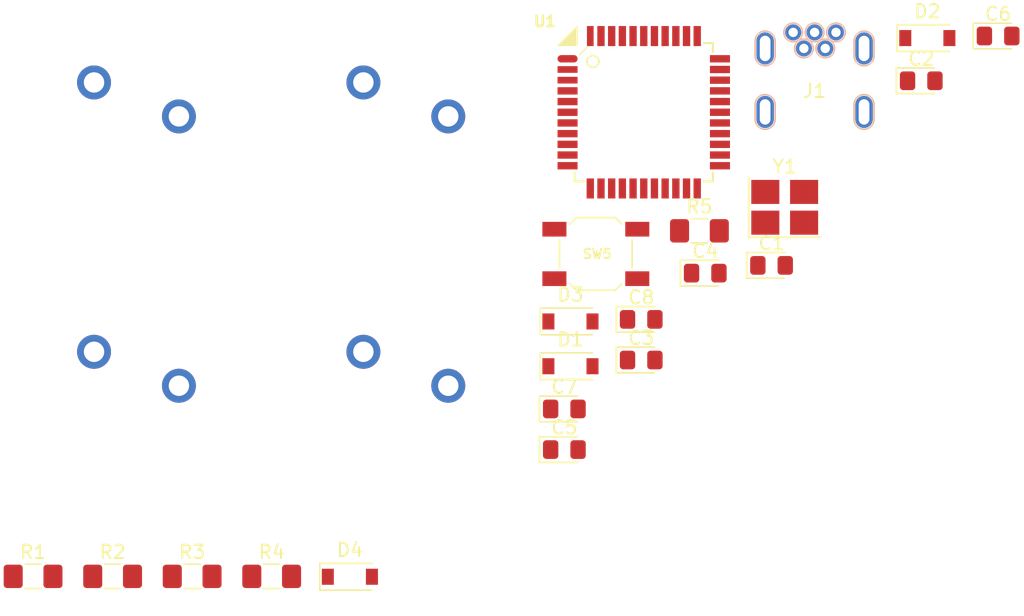
<source format=kicad_pcb>
(kicad_pcb (version 20171130) (host pcbnew "(5.1.4)-1")

  (general
    (thickness 1.6)
    (drawings 0)
    (tracks 0)
    (zones 0)
    (modules 25)
    (nets 49)
  )

  (page A4)
  (layers
    (0 F.Cu signal)
    (31 B.Cu signal)
    (32 B.Adhes user)
    (33 F.Adhes user)
    (34 B.Paste user)
    (35 F.Paste user)
    (36 B.SilkS user)
    (37 F.SilkS user)
    (38 B.Mask user)
    (39 F.Mask user)
    (40 Dwgs.User user)
    (41 Cmts.User user)
    (42 Eco1.User user)
    (43 Eco2.User user)
    (44 Edge.Cuts user)
    (45 Margin user)
    (46 B.CrtYd user)
    (47 F.CrtYd user)
    (48 B.Fab user)
    (49 F.Fab user)
  )

  (setup
    (last_trace_width 0.25)
    (trace_clearance 0.2)
    (zone_clearance 0.508)
    (zone_45_only no)
    (trace_min 0.2)
    (via_size 0.8)
    (via_drill 0.4)
    (via_min_size 0.4)
    (via_min_drill 0.3)
    (uvia_size 0.3)
    (uvia_drill 0.1)
    (uvias_allowed no)
    (uvia_min_size 0.2)
    (uvia_min_drill 0.1)
    (edge_width 0.05)
    (segment_width 0.2)
    (pcb_text_width 0.3)
    (pcb_text_size 1.5 1.5)
    (mod_edge_width 0.12)
    (mod_text_size 1 1)
    (mod_text_width 0.15)
    (pad_size 1.524 1.524)
    (pad_drill 0.762)
    (pad_to_mask_clearance 0.051)
    (solder_mask_min_width 0.25)
    (aux_axis_origin 0 0)
    (visible_elements 7FFFFFFF)
    (pcbplotparams
      (layerselection 0x010fc_ffffffff)
      (usegerberextensions false)
      (usegerberattributes false)
      (usegerberadvancedattributes false)
      (creategerberjobfile false)
      (excludeedgelayer true)
      (linewidth 0.100000)
      (plotframeref false)
      (viasonmask false)
      (mode 1)
      (useauxorigin false)
      (hpglpennumber 1)
      (hpglpenspeed 20)
      (hpglpendiameter 15.000000)
      (psnegative false)
      (psa4output false)
      (plotreference true)
      (plotvalue true)
      (plotinvisibletext false)
      (padsonsilk false)
      (subtractmaskfromsilk false)
      (outputformat 1)
      (mirror false)
      (drillshape 1)
      (scaleselection 1)
      (outputdirectory ""))
  )

  (net 0 "")
  (net 1 GND)
  (net 2 +5V)
  (net 3 "Net-(C5-Pad2)")
  (net 4 RST)
  (net 5 "Net-(C6-Pad1)")
  (net 6 "Net-(C7-Pad1)")
  (net 7 "Net-(C8-Pad1)")
  (net 8 "Net-(D1-Pad2)")
  (net 9 ROW2)
  (net 10 "Net-(D2-Pad2)")
  (net 11 ROW1)
  (net 12 "Net-(D3-Pad2)")
  (net 13 "Net-(D4-Pad2)")
  (net 14 "Net-(J1-Pad6)")
  (net 15 "Net-(J1-Pad4)")
  (net 16 D-)
  (net 17 D+)
  (net 18 "Net-(R3-Pad1)")
  (net 19 "Net-(R4-Pad1)")
  (net 20 "Net-(R5-Pad2)")
  (net 21 COL1)
  (net 22 COL2)
  (net 23 "Net-(U1-Pad42)")
  (net 24 "Net-(U1-Pad41)")
  (net 25 "Net-(U1-Pad40)")
  (net 26 "Net-(U1-Pad39)")
  (net 27 "Net-(U1-Pad38)")
  (net 28 "Net-(U1-Pad37)")
  (net 29 "Net-(U1-Pad36)")
  (net 30 "Net-(U1-Pad32)")
  (net 31 "Net-(U1-Pad31)")
  (net 32 "Net-(U1-Pad30)")
  (net 33 "Net-(U1-Pad29)")
  (net 34 "Net-(U1-Pad28)")
  (net 35 "Net-(U1-Pad27)")
  (net 36 "Net-(U1-Pad26)")
  (net 37 "Net-(U1-Pad25)")
  (net 38 "Net-(U1-Pad22)")
  (net 39 "Net-(U1-Pad21)")
  (net 40 "Net-(U1-Pad20)")
  (net 41 "Net-(U1-Pad19)")
  (net 42 "Net-(U1-Pad18)")
  (net 43 "Net-(U1-Pad12)")
  (net 44 "Net-(U1-Pad11)")
  (net 45 "Net-(U1-Pad10)")
  (net 46 "Net-(U1-Pad9)")
  (net 47 "Net-(U1-Pad8)")
  (net 48 "Net-(U1-Pad1)")

  (net_class Default "Esta es la clase de red por defecto."
    (clearance 0.2)
    (trace_width 0.25)
    (via_dia 0.8)
    (via_drill 0.4)
    (uvia_dia 0.3)
    (uvia_drill 0.1)
    (add_net +5V)
    (add_net COL1)
    (add_net COL2)
    (add_net D+)
    (add_net D-)
    (add_net GND)
    (add_net "Net-(C5-Pad2)")
    (add_net "Net-(C6-Pad1)")
    (add_net "Net-(C7-Pad1)")
    (add_net "Net-(C8-Pad1)")
    (add_net "Net-(D1-Pad2)")
    (add_net "Net-(D2-Pad2)")
    (add_net "Net-(D3-Pad2)")
    (add_net "Net-(D4-Pad2)")
    (add_net "Net-(J1-Pad4)")
    (add_net "Net-(J1-Pad6)")
    (add_net "Net-(R3-Pad1)")
    (add_net "Net-(R4-Pad1)")
    (add_net "Net-(R5-Pad2)")
    (add_net "Net-(U1-Pad1)")
    (add_net "Net-(U1-Pad10)")
    (add_net "Net-(U1-Pad11)")
    (add_net "Net-(U1-Pad12)")
    (add_net "Net-(U1-Pad18)")
    (add_net "Net-(U1-Pad19)")
    (add_net "Net-(U1-Pad20)")
    (add_net "Net-(U1-Pad21)")
    (add_net "Net-(U1-Pad22)")
    (add_net "Net-(U1-Pad25)")
    (add_net "Net-(U1-Pad26)")
    (add_net "Net-(U1-Pad27)")
    (add_net "Net-(U1-Pad28)")
    (add_net "Net-(U1-Pad29)")
    (add_net "Net-(U1-Pad30)")
    (add_net "Net-(U1-Pad31)")
    (add_net "Net-(U1-Pad32)")
    (add_net "Net-(U1-Pad36)")
    (add_net "Net-(U1-Pad37)")
    (add_net "Net-(U1-Pad38)")
    (add_net "Net-(U1-Pad39)")
    (add_net "Net-(U1-Pad40)")
    (add_net "Net-(U1-Pad41)")
    (add_net "Net-(U1-Pad42)")
    (add_net "Net-(U1-Pad8)")
    (add_net "Net-(U1-Pad9)")
    (add_net ROW1)
    (add_net ROW2)
    (add_net RST)
  )

  (module Crystal:Crystal_SMD_3225-4Pin_3.2x2.5mm_HandSoldering (layer F.Cu) (tedit 5A0FD1B2) (tstamp 5D819365)
    (at 298.165 -22.125)
    (descr "SMD Crystal SERIES SMD3225/4 http://www.txccrystal.com/images/pdf/7m-accuracy.pdf, hand-soldering, 3.2x2.5mm^2 package")
    (tags "SMD SMT crystal hand-soldering")
    (path /5D8126BF)
    (attr smd)
    (fp_text reference Y1 (at 0 -3.05) (layer F.SilkS)
      (effects (font (size 1 1) (thickness 0.15)))
    )
    (fp_text value 16mhz (at 0 3.05) (layer F.Fab)
      (effects (font (size 1 1) (thickness 0.15)))
    )
    (fp_line (start 2.8 -2.3) (end -2.8 -2.3) (layer F.CrtYd) (width 0.05))
    (fp_line (start 2.8 2.3) (end 2.8 -2.3) (layer F.CrtYd) (width 0.05))
    (fp_line (start -2.8 2.3) (end 2.8 2.3) (layer F.CrtYd) (width 0.05))
    (fp_line (start -2.8 -2.3) (end -2.8 2.3) (layer F.CrtYd) (width 0.05))
    (fp_line (start -2.7 2.25) (end 2.7 2.25) (layer F.SilkS) (width 0.12))
    (fp_line (start -2.7 -2.25) (end -2.7 2.25) (layer F.SilkS) (width 0.12))
    (fp_line (start -1.6 0.25) (end -0.6 1.25) (layer F.Fab) (width 0.1))
    (fp_line (start 1.6 -1.25) (end -1.6 -1.25) (layer F.Fab) (width 0.1))
    (fp_line (start 1.6 1.25) (end 1.6 -1.25) (layer F.Fab) (width 0.1))
    (fp_line (start -1.6 1.25) (end 1.6 1.25) (layer F.Fab) (width 0.1))
    (fp_line (start -1.6 -1.25) (end -1.6 1.25) (layer F.Fab) (width 0.1))
    (fp_text user %R (at 0 0) (layer F.Fab)
      (effects (font (size 0.7 0.7) (thickness 0.105)))
    )
    (pad 4 smd rect (at -1.45 -1.15) (size 2.1 1.8) (layers F.Cu F.Paste F.Mask)
      (net 1 GND))
    (pad 3 smd rect (at 1.45 -1.15) (size 2.1 1.8) (layers F.Cu F.Paste F.Mask)
      (net 6 "Net-(C7-Pad1)"))
    (pad 2 smd rect (at 1.45 1.15) (size 2.1 1.8) (layers F.Cu F.Paste F.Mask)
      (net 1 GND))
    (pad 1 smd rect (at -1.45 1.15) (size 2.1 1.8) (layers F.Cu F.Paste F.Mask)
      (net 5 "Net-(C6-Pad1)"))
    (model ${KISYS3DMOD}/Crystal.3dshapes/Crystal_SMD_3225-4Pin_3.2x2.5mm_HandSoldering.wrl
      (at (xyz 0 0 0))
      (scale (xyz 1 1 1))
      (rotate (xyz 0 0 0))
    )
  )

  (module acheron_Components:TQPF-44_10x10mm_P0.8mm (layer F.Cu) (tedit 5D51DEED) (tstamp 5D819351)
    (at 287.62 -29.235)
    (descr "44-Lead Plastic Thin Quad Flatpack (PT) - 10x10x1.0 mm Body [TQFP] (see Microchip Packaging Specification 00000049BS.pdf)")
    (tags "QFP 0.8")
    (path /5D7FA308)
    (attr smd)
    (fp_text reference U1 (at -7.4 -6.8) (layer F.SilkS)
      (effects (font (size 0.8 0.8) (thickness 0.2)))
    )
    (fp_text value ATmega32U4-AU (at 0 7.8) (layer F.Fab)
      (effects (font (size 0.6 0.6) (thickness 0.1)))
    )
    (fp_line (start -4.8 -4.3) (end -4.2 -4.9) (layer F.SilkS) (width 0.1))
    (fp_line (start -7 -4) (end -7.2 -3.8) (layer F.Fab) (width 0.12))
    (fp_line (start -7 -4) (end -7.2 -4.2) (layer F.Fab) (width 0.12))
    (fp_line (start -7.8 -4) (end -7 -4) (layer F.Fab) (width 0.12))
    (fp_text user 1 (at -8.2 -4) (layer F.Fab)
      (effects (font (size 1 1) (thickness 0.15)))
    )
    (fp_circle (center -3.8 -3.8) (end -3.352786 -3.8) (layer F.SilkS) (width 0.12))
    (fp_poly (pts (xy -6.4 -5) (xy -5 -5) (xy -5 -6.4)) (layer F.SilkS) (width 0.1))
    (fp_line (start 5.175 -5.175) (end 4.5 -5.175) (layer F.SilkS) (width 0.15))
    (fp_line (start 5.175 5.175) (end 4.5 5.175) (layer F.SilkS) (width 0.15))
    (fp_line (start -5.175 5.175) (end -4.5 5.175) (layer F.SilkS) (width 0.15))
    (fp_line (start -5.175 5.175) (end -5.175 4.5) (layer F.SilkS) (width 0.15))
    (fp_line (start 5.175 5.175) (end 5.175 4.5) (layer F.SilkS) (width 0.15))
    (fp_line (start 5.175 -5.175) (end 5.175 -4.5) (layer F.SilkS) (width 0.15))
    (fp_line (start -6.7 6.7) (end 6.7 6.7) (layer F.CrtYd) (width 0.05))
    (fp_line (start -6.7 -6.7) (end 6.7 -6.7) (layer F.CrtYd) (width 0.05))
    (fp_line (start 6.7 -6.7) (end 6.7 6.7) (layer F.CrtYd) (width 0.05))
    (fp_line (start -6.7 -6.7) (end -6.7 6.7) (layer F.CrtYd) (width 0.05))
    (fp_line (start -5 -4) (end -4 -5) (layer F.Fab) (width 0.15))
    (fp_line (start -5 5) (end -5 -4) (layer F.Fab) (width 0.15))
    (fp_line (start 5 5) (end -5 5) (layer F.Fab) (width 0.15))
    (fp_line (start 5 -5) (end 5 5) (layer F.Fab) (width 0.15))
    (fp_line (start -4 -5) (end 5 -5) (layer F.Fab) (width 0.15))
    (fp_text user %R (at 0 0) (layer F.Fab)
      (effects (font (size 1 1) (thickness 0.15)))
    )
    (pad 44 smd trapezoid (at -4 -5.7 90) (size 1.5 0.5) (layers F.Cu F.Paste F.Mask)
      (net 2 +5V))
    (pad 43 smd trapezoid (at -3.2 -5.7 90) (size 1.5 0.55) (layers F.Cu F.Paste F.Mask)
      (net 1 GND))
    (pad 42 smd trapezoid (at -2.4 -5.7 90) (size 1.5 0.55) (layers F.Cu F.Paste F.Mask)
      (net 23 "Net-(U1-Pad42)"))
    (pad 41 smd trapezoid (at -1.6 -5.7 90) (size 1.5 0.55) (layers F.Cu F.Paste F.Mask)
      (net 24 "Net-(U1-Pad41)"))
    (pad 40 smd trapezoid (at -0.8 -5.7 90) (size 1.5 0.55) (layers F.Cu F.Paste F.Mask)
      (net 25 "Net-(U1-Pad40)"))
    (pad 39 smd trapezoid (at 0 -5.7 90) (size 1.5 0.55) (layers F.Cu F.Paste F.Mask)
      (net 26 "Net-(U1-Pad39)"))
    (pad 38 smd trapezoid (at 0.8 -5.7 90) (size 1.5 0.55) (layers F.Cu F.Paste F.Mask)
      (net 27 "Net-(U1-Pad38)"))
    (pad 37 smd trapezoid (at 1.6 -5.7 90) (size 1.5 0.55) (layers F.Cu F.Paste F.Mask)
      (net 28 "Net-(U1-Pad37)"))
    (pad 36 smd trapezoid (at 2.4 -5.7 90) (size 1.5 0.55) (layers F.Cu F.Paste F.Mask)
      (net 29 "Net-(U1-Pad36)"))
    (pad 35 smd trapezoid (at 3.2 -5.7 90) (size 1.5 0.55) (layers F.Cu F.Paste F.Mask)
      (net 1 GND))
    (pad 34 smd trapezoid (at 4 -5.7 90) (size 1.5 0.55) (layers F.Cu F.Paste F.Mask)
      (net 2 +5V))
    (pad 33 smd trapezoid (at 5.7 -4) (size 1.5 0.55) (layers F.Cu F.Paste F.Mask)
      (net 20 "Net-(R5-Pad2)"))
    (pad 32 smd trapezoid (at 5.7 -3.2) (size 1.5 0.55) (layers F.Cu F.Paste F.Mask)
      (net 30 "Net-(U1-Pad32)"))
    (pad 31 smd trapezoid (at 5.7 -2.4) (size 1.5 0.55) (layers F.Cu F.Paste F.Mask)
      (net 31 "Net-(U1-Pad31)"))
    (pad 30 smd trapezoid (at 5.7 -1.6) (size 1.5 0.55) (layers F.Cu F.Paste F.Mask)
      (net 32 "Net-(U1-Pad30)"))
    (pad 29 smd trapezoid (at 5.7 -0.8) (size 1.5 0.55) (layers F.Cu F.Paste F.Mask)
      (net 33 "Net-(U1-Pad29)"))
    (pad 28 smd trapezoid (at 5.7 0) (size 1.5 0.55) (layers F.Cu F.Paste F.Mask)
      (net 34 "Net-(U1-Pad28)"))
    (pad 27 smd trapezoid (at 5.7 0.8) (size 1.5 0.55) (layers F.Cu F.Paste F.Mask)
      (net 35 "Net-(U1-Pad27)"))
    (pad 26 smd trapezoid (at 5.7 1.6) (size 1.5 0.55) (layers F.Cu F.Paste F.Mask)
      (net 36 "Net-(U1-Pad26)"))
    (pad 25 smd trapezoid (at 5.7 2.4) (size 1.5 0.55) (layers F.Cu F.Paste F.Mask)
      (net 37 "Net-(U1-Pad25)"))
    (pad 24 smd trapezoid (at 5.7 3.2) (size 1.5 0.55) (layers F.Cu F.Paste F.Mask)
      (net 2 +5V))
    (pad 23 smd trapezoid (at 5.7 4) (size 1.5 0.55) (layers F.Cu F.Paste F.Mask)
      (net 1 GND))
    (pad 22 smd trapezoid (at 4 5.7 90) (size 1.5 0.55) (layers F.Cu F.Paste F.Mask)
      (net 38 "Net-(U1-Pad22)"))
    (pad 21 smd trapezoid (at 3.2 5.7 90) (size 1.5 0.55) (layers F.Cu F.Paste F.Mask)
      (net 39 "Net-(U1-Pad21)"))
    (pad 20 smd trapezoid (at 2.4 5.7 90) (size 1.5 0.55) (layers F.Cu F.Paste F.Mask)
      (net 40 "Net-(U1-Pad20)"))
    (pad 19 smd trapezoid (at 1.6 5.7 90) (size 1.5 0.55) (layers F.Cu F.Paste F.Mask)
      (net 41 "Net-(U1-Pad19)"))
    (pad 18 smd trapezoid (at 0.8 5.7 90) (size 1.5 0.55) (layers F.Cu F.Paste F.Mask)
      (net 42 "Net-(U1-Pad18)"))
    (pad 17 smd trapezoid (at 0 5.7 90) (size 1.5 0.55) (layers F.Cu F.Paste F.Mask)
      (net 5 "Net-(C6-Pad1)"))
    (pad 16 smd trapezoid (at -0.8 5.7 90) (size 1.5 0.55) (layers F.Cu F.Paste F.Mask)
      (net 6 "Net-(C7-Pad1)"))
    (pad 15 smd trapezoid (at -1.6 5.7 90) (size 1.5 0.55) (layers F.Cu F.Paste F.Mask)
      (net 1 GND))
    (pad 14 smd trapezoid (at -2.4 5.7 90) (size 1.5 0.55) (layers F.Cu F.Paste F.Mask)
      (net 2 +5V))
    (pad 13 smd trapezoid (at -3.2 5.7 90) (size 1.5 0.55) (layers F.Cu F.Paste F.Mask)
      (net 4 RST))
    (pad 12 smd trapezoid (at -4 5.7 90) (size 1.5 0.55) (layers F.Cu F.Paste F.Mask)
      (net 43 "Net-(U1-Pad12)"))
    (pad 11 smd trapezoid (at -5.7 4) (size 1.5 0.55) (layers F.Cu F.Paste F.Mask)
      (net 44 "Net-(U1-Pad11)"))
    (pad 10 smd trapezoid (at -5.7 3.2) (size 1.5 0.55) (layers F.Cu F.Paste F.Mask)
      (net 45 "Net-(U1-Pad10)"))
    (pad 9 smd trapezoid (at -5.7 2.4) (size 1.5 0.55) (layers F.Cu F.Paste F.Mask)
      (net 46 "Net-(U1-Pad9)"))
    (pad 8 smd trapezoid (at -5.7 1.6) (size 1.5 0.55) (layers F.Cu F.Paste F.Mask)
      (net 47 "Net-(U1-Pad8)"))
    (pad 7 smd trapezoid (at -5.7 0.8) (size 1.5 0.55) (layers F.Cu F.Paste F.Mask)
      (net 2 +5V))
    (pad 6 smd trapezoid (at -5.7 0) (size 1.5 0.55) (layers F.Cu F.Paste F.Mask)
      (net 7 "Net-(C8-Pad1)"))
    (pad 5 smd trapezoid (at -5.7 -0.8) (size 1.5 0.55) (layers F.Cu F.Paste F.Mask)
      (net 1 GND))
    (pad 4 smd trapezoid (at -5.7 -1.6) (size 1.5 0.55) (layers F.Cu F.Paste F.Mask)
      (net 19 "Net-(R4-Pad1)"))
    (pad 3 smd trapezoid (at -5.7 -2.4) (size 1.5 0.5) (layers F.Cu F.Paste F.Mask)
      (net 18 "Net-(R3-Pad1)"))
    (pad 2 smd trapezoid (at -5.7 -3.2) (size 1.5 0.5) (layers F.Cu F.Paste F.Mask)
      (net 2 +5V))
    (pad 1 smd oval (at -5.7 -4) (size 1.5 0.55) (layers F.Cu F.Paste F.Mask)
      (net 48 "Net-(U1-Pad1)"))
    (model ${KISYS3DMOD}/Package_QFP.3dshapes/TQFP-44_10x10mm_P0.8mm.wrl
      (at (xyz 0 0 0))
      (scale (xyz 1 1 1))
      (rotate (xyz 0 0 0))
    )
  )

  (module acheron_Hardware:smdPushBtn (layer F.Cu) (tedit 5D377106) (tstamp 5D81930A)
    (at 284.035 -18.635)
    (descr "ALPS 5.2mm Square Low-profile Type (Surface Mount) SKQG Series, Without stem, http://www.alps.com/prod/info/E/HTML/Tact/SurfaceMount/SKQG/SKQGAEE010.html")
    (tags "SPST Button Switch")
    (path /5D8F0A7E)
    (attr smd)
    (fp_text reference SW5 (at 0.1 0) (layer F.SilkS)
      (effects (font (size 0.7 0.7) (thickness 0.15)))
    )
    (fp_text value MXSwitch (at 0 3.6) (layer F.Fab)
      (effects (font (size 1 1) (thickness 0.15)))
    )
    (fp_line (start 2.597 1.4) (end 1.397 2.6) (layer F.Fab) (width 0.1))
    (fp_line (start 1.4 2.6) (end -1.4 2.6) (layer F.Fab) (width 0.1))
    (fp_line (start -1.4035 2.597) (end -2.6035 1.397) (layer F.Fab) (width 0.1))
    (fp_line (start 1.4 -2.6) (end 2.6 -1.4) (layer F.Fab) (width 0.1))
    (fp_line (start -1.4 -2.6) (end 1.4 -2.6) (layer F.Fab) (width 0.1))
    (fp_line (start -2.6 -1.4) (end -1.4 -2.6) (layer F.Fab) (width 0.1))
    (fp_line (start 1 1.3) (end 2 0.2) (layer F.Fab) (width 0.05))
    (fp_line (start 1 0.2) (end 2.5 -1.3) (layer F.Fab) (width 0.05))
    (fp_text user "KEEPOUT ZONE" (at 2.5 0) (layer F.Fab)
      (effects (font (size 0.2 0.2) (thickness 0.05)))
    )
    (fp_line (start 4 -0.5) (end 3.7 -0.2) (layer F.Fab) (width 0.05))
    (fp_line (start 4 0.6) (end 3.4 1.3) (layer F.Fab) (width 0.05))
    (fp_line (start 4 -1.3) (end 4 1.3) (layer F.Fab) (width 0.05))
    (fp_line (start 1 -0.3) (end 2 -1.3) (layer F.Fab) (width 0.05))
    (fp_line (start 1.9 1.3) (end 2.9 0.2) (layer F.Fab) (width 0.05))
    (fp_line (start 3.4 -1.3) (end 2.4 -0.2) (layer F.Fab) (width 0.05))
    (fp_line (start 1 -0.7) (end 1.6 -1.3) (layer F.Fab) (width 0.05))
    (fp_line (start 3 -1.3) (end 1.9 -0.2) (layer F.Fab) (width 0.05))
    (fp_line (start 4 1.3) (end 1 1.3) (layer F.Fab) (width 0.05))
    (fp_line (start 1 0.7) (end 1.5 0.2) (layer F.Fab) (width 0.05))
    (fp_line (start 4 -1.1) (end 3.2 -0.2) (layer F.Fab) (width 0.05))
    (fp_line (start 2.8 -0.2) (end 3.8 -1.3) (layer F.Fab) (width 0.05))
    (fp_line (start 2.5 0.2) (end 1.4 1.3) (layer F.Fab) (width 0.05))
    (fp_line (start 2.9 1.3) (end 4 0.1) (layer F.Fab) (width 0.05))
    (fp_line (start 1 1.3) (end 1 -1.3) (layer F.Fab) (width 0.05))
    (fp_line (start 1 -1.3) (end 4 -1.3) (layer F.Fab) (width 0.05))
    (fp_line (start 2.4 1.3) (end 3.4 0.2) (layer F.Fab) (width 0.05))
    (fp_line (start -1 -0.5) (end -1.3 -0.2) (layer F.Fab) (width 0.05))
    (fp_line (start -1 -1.1) (end -1.8 -0.2) (layer F.Fab) (width 0.05))
    (fp_line (start -2.2 -0.2) (end -1.2 -1.3) (layer F.Fab) (width 0.05))
    (fp_line (start -1.6 -1.3) (end -2.6 -0.2) (layer F.Fab) (width 0.05))
    (fp_line (start -2 -1.3) (end -3.1 -0.2) (layer F.Fab) (width 0.05))
    (fp_line (start -2.1 1.3) (end -1 0.1) (layer F.Fab) (width 0.05))
    (fp_line (start -3.1 1.3) (end -2.1 0.2) (layer F.Fab) (width 0.05))
    (fp_line (start -4 1.3) (end -3 0.2) (layer F.Fab) (width 0.05))
    (fp_line (start -4 0.2) (end -2.5 -1.3) (layer F.Fab) (width 0.05))
    (fp_line (start -4 -0.7) (end -3.4 -1.3) (layer F.Fab) (width 0.05))
    (fp_text user "KEEPOUT ZONE" (at -2.5 0) (layer F.Fab)
      (effects (font (size 0.2 0.2) (thickness 0.05)))
    )
    (fp_line (start -1 -1.3) (end -1 1.3) (layer F.Fab) (width 0.05))
    (fp_line (start -4 -0.3) (end -3 -1.3) (layer F.Fab) (width 0.05))
    (fp_line (start -2.6 1.3) (end -1.6 0.2) (layer F.Fab) (width 0.05))
    (fp_line (start -2.5 0.2) (end -3.6 1.3) (layer F.Fab) (width 0.05))
    (fp_line (start -4 -1.3) (end -1 -1.3) (layer F.Fab) (width 0.05))
    (fp_line (start -1 1.3) (end -4 1.3) (layer F.Fab) (width 0.05))
    (fp_line (start -4 0.7) (end -3.5 0.2) (layer F.Fab) (width 0.05))
    (fp_line (start -4 1.3) (end -4 -1.3) (layer F.Fab) (width 0.05))
    (fp_line (start -1 0.6) (end -1.6 1.3) (layer F.Fab) (width 0.05))
    (fp_line (start 1.45 2.72) (end 1.94 2.23) (layer F.SilkS) (width 0.12))
    (fp_line (start -1.45 2.72) (end 1.45 2.72) (layer F.SilkS) (width 0.12))
    (fp_line (start -1.45 2.72) (end -1.94 2.23) (layer F.SilkS) (width 0.12))
    (fp_text user %R (at 0 -2) (layer F.Fab)
      (effects (font (size 0.6 0.6) (thickness 0.09)))
    )
    (fp_line (start -1.45 -2.72) (end 1.45 -2.72) (layer F.SilkS) (width 0.12))
    (fp_line (start -1.45 -2.72) (end -1.94 -2.23) (layer F.SilkS) (width 0.12))
    (fp_line (start 2.72 1.04) (end 2.72 -1.04) (layer F.SilkS) (width 0.12))
    (fp_circle (center 0 0) (end 1.5 0) (layer Dwgs.User) (width 0.1))
    (fp_line (start 1.45 -2.72) (end 1.94 -2.23) (layer F.SilkS) (width 0.12))
    (fp_line (start -2.72 1.04) (end -2.72 -1.04) (layer F.SilkS) (width 0.12))
    (fp_line (start -4.25 2.85) (end 4.25 2.85) (layer F.CrtYd) (width 0.05))
    (fp_line (start 4.25 2.85) (end 4.25 -2.85) (layer F.CrtYd) (width 0.05))
    (fp_line (start 4.25 -2.85) (end -4.25 -2.85) (layer F.CrtYd) (width 0.05))
    (fp_line (start -4.25 -2.85) (end -4.25 2.85) (layer F.CrtYd) (width 0.05))
    (fp_line (start -1.4 -2.6) (end 1.4 -2.6) (layer Dwgs.User) (width 0.1))
    (fp_line (start -2.6 -1.4) (end -1.4 -2.6) (layer Dwgs.User) (width 0.1))
    (fp_line (start -2.6 1.4) (end -2.6 -1.4) (layer Dwgs.User) (width 0.1))
    (fp_line (start -1.4 2.6) (end -2.6 1.4) (layer Dwgs.User) (width 0.1))
    (fp_line (start 1.4 2.6) (end -1.4 2.6) (layer Dwgs.User) (width 0.1))
    (fp_line (start 2.6 1.4) (end 1.4 2.6) (layer Dwgs.User) (width 0.1))
    (fp_line (start 2.6 -1.4) (end 2.6 1.4) (layer Dwgs.User) (width 0.1))
    (fp_line (start 1.4 -2.6) (end 2.6 -1.4) (layer Dwgs.User) (width 0.1))
    (pad 2 smd rect (at 3.1 1.85) (size 1.8 1.1) (layers F.Cu F.Paste F.Mask)
      (net 13 "Net-(D4-Pad2)"))
    (pad 2 smd rect (at -3.1 1.85) (size 1.8 1.1) (layers F.Cu F.Paste F.Mask)
      (net 13 "Net-(D4-Pad2)"))
    (pad 1 smd rect (at 3.1 -1.85) (size 1.8 1.1) (layers F.Cu F.Paste F.Mask)
      (net 22 COL2))
    (pad 1 smd rect (at -3.1 -1.85) (size 1.8 1.1) (layers F.Cu F.Paste F.Mask)
      (net 22 COL2))
    (model ${ACHERONLIB}/3d_models/Tactile_SMD_PushBtn_5x5mm.STEP
      (at (xyz 0 0 0))
      (scale (xyz 1 1 1))
      (rotate (xyz 0 0 0))
    )
  )

  (module acheron_MX:MX100 (layer F.Cu) (tedit 5D509B6B) (tstamp 5D8192BE)
    (at 249.035 -26.385)
    (path /5D8EC8C4)
    (fp_text reference SW4 (at 0 3.175) (layer Cmts.User)
      (effects (font (size 1 1) (thickness 0.15) italic))
    )
    (fp_text value MXSwitch (at 0 8.636) (layer Cmts.User)
      (effects (font (size 1 1) (thickness 0.15)))
    )
    (fp_line (start -6.8 6.8) (end 6.8 6.8) (layer B.CrtYd) (width 0.1))
    (fp_line (start 6.8 -6.8) (end 6.8 6.8) (layer B.CrtYd) (width 0.1))
    (fp_line (start -6.8 -6.8) (end 6.8 -6.8) (layer B.CrtYd) (width 0.1))
    (fp_line (start -6.8 -6.8) (end -6.8 6.8) (layer B.CrtYd) (width 0.1))
    (fp_line (start 0 4.953) (end 0 5.207) (layer Dwgs.User) (width 0.05))
    (fp_line (start -0.127 5.08) (end 0.127 5.08) (layer Dwgs.User) (width 0.05))
    (fp_line (start 0.508 4.318) (end 0.508 5.842) (layer Dwgs.User) (width 0.1))
    (fp_line (start 2.032 5.842) (end 0.508 5.842) (layer Dwgs.User) (width 0.1))
    (fp_line (start 2.032 5.842) (end 2.032 4.318) (layer Dwgs.User) (width 0.1))
    (fp_line (start 0.508 4.318) (end 2.032 4.318) (layer Dwgs.User) (width 0.1))
    (fp_circle (center -1.27 5.08) (end -0.35419 5.08) (layer Dwgs.User) (width 0.1))
    (fp_line (start -9.525 -9.525) (end 9.525 -9.525) (layer Dwgs.User) (width 0.1))
    (fp_line (start -9.525 9.525) (end -9.525 -9.525) (layer Dwgs.User) (width 0.1))
    (fp_line (start 9.525 9.525) (end -9.525 9.525) (layer Dwgs.User) (width 0.1))
    (fp_line (start 9.525 -9.525) (end 9.525 9.525) (layer Dwgs.User) (width 0.1))
    (pad 2 thru_hole circle (at 3.81 -2.54 90) (size 2.54 2.54) (drill 1.525) (layers *.Cu *.Mask)
      (net 12 "Net-(D3-Pad2)"))
    (pad 1 thru_hole circle (at -2.54 -5.08) (size 2.54 2.54) (drill 1.525) (layers *.Cu *.Mask)
      (net 22 COL2))
    (pad "" np_thru_hole circle (at -5.08 0) (size 1.7018 1.7018) (drill 1.7018) (layers *.Cu *.Mask))
    (pad "" np_thru_hole circle (at 5.08 0) (size 1.7018 1.7018) (drill 1.7018) (layers *.Cu *.Mask))
    (pad "" np_thru_hole circle (at 0 0) (size 3.9878 3.9878) (drill 3.9878) (layers *.Cu *.Mask))
  )

  (module acheron_MX:MX100 (layer F.Cu) (tedit 5D509B6B) (tstamp 5D8192A6)
    (at 249.035 -6.235)
    (path /5D8EF2F4)
    (fp_text reference SW3 (at 0 3.175) (layer Cmts.User)
      (effects (font (size 1 1) (thickness 0.15) italic))
    )
    (fp_text value MXSwitch (at 0 8.636) (layer Cmts.User)
      (effects (font (size 1 1) (thickness 0.15)))
    )
    (fp_line (start -6.8 6.8) (end 6.8 6.8) (layer B.CrtYd) (width 0.1))
    (fp_line (start 6.8 -6.8) (end 6.8 6.8) (layer B.CrtYd) (width 0.1))
    (fp_line (start -6.8 -6.8) (end 6.8 -6.8) (layer B.CrtYd) (width 0.1))
    (fp_line (start -6.8 -6.8) (end -6.8 6.8) (layer B.CrtYd) (width 0.1))
    (fp_line (start 0 4.953) (end 0 5.207) (layer Dwgs.User) (width 0.05))
    (fp_line (start -0.127 5.08) (end 0.127 5.08) (layer Dwgs.User) (width 0.05))
    (fp_line (start 0.508 4.318) (end 0.508 5.842) (layer Dwgs.User) (width 0.1))
    (fp_line (start 2.032 5.842) (end 0.508 5.842) (layer Dwgs.User) (width 0.1))
    (fp_line (start 2.032 5.842) (end 2.032 4.318) (layer Dwgs.User) (width 0.1))
    (fp_line (start 0.508 4.318) (end 2.032 4.318) (layer Dwgs.User) (width 0.1))
    (fp_circle (center -1.27 5.08) (end -0.35419 5.08) (layer Dwgs.User) (width 0.1))
    (fp_line (start -9.525 -9.525) (end 9.525 -9.525) (layer Dwgs.User) (width 0.1))
    (fp_line (start -9.525 9.525) (end -9.525 -9.525) (layer Dwgs.User) (width 0.1))
    (fp_line (start 9.525 9.525) (end -9.525 9.525) (layer Dwgs.User) (width 0.1))
    (fp_line (start 9.525 -9.525) (end 9.525 9.525) (layer Dwgs.User) (width 0.1))
    (pad 2 thru_hole circle (at 3.81 -2.54 90) (size 2.54 2.54) (drill 1.525) (layers *.Cu *.Mask)
      (net 10 "Net-(D2-Pad2)"))
    (pad 1 thru_hole circle (at -2.54 -5.08) (size 2.54 2.54) (drill 1.525) (layers *.Cu *.Mask)
      (net 21 COL1))
    (pad "" np_thru_hole circle (at -5.08 0) (size 1.7018 1.7018) (drill 1.7018) (layers *.Cu *.Mask))
    (pad "" np_thru_hole circle (at 5.08 0) (size 1.7018 1.7018) (drill 1.7018) (layers *.Cu *.Mask))
    (pad "" np_thru_hole circle (at 0 0) (size 3.9878 3.9878) (drill 3.9878) (layers *.Cu *.Mask))
  )

  (module acheron_MX:MX100 (layer F.Cu) (tedit 5D509B6B) (tstamp 5D81928E)
    (at 269.185 -26.385)
    (path /5D8B588A)
    (fp_text reference SW2 (at 0 3.175) (layer Cmts.User)
      (effects (font (size 1 1) (thickness 0.15) italic))
    )
    (fp_text value MXSwitch (at 0 8.636) (layer Cmts.User)
      (effects (font (size 1 1) (thickness 0.15)))
    )
    (fp_line (start -6.8 6.8) (end 6.8 6.8) (layer B.CrtYd) (width 0.1))
    (fp_line (start 6.8 -6.8) (end 6.8 6.8) (layer B.CrtYd) (width 0.1))
    (fp_line (start -6.8 -6.8) (end 6.8 -6.8) (layer B.CrtYd) (width 0.1))
    (fp_line (start -6.8 -6.8) (end -6.8 6.8) (layer B.CrtYd) (width 0.1))
    (fp_line (start 0 4.953) (end 0 5.207) (layer Dwgs.User) (width 0.05))
    (fp_line (start -0.127 5.08) (end 0.127 5.08) (layer Dwgs.User) (width 0.05))
    (fp_line (start 0.508 4.318) (end 0.508 5.842) (layer Dwgs.User) (width 0.1))
    (fp_line (start 2.032 5.842) (end 0.508 5.842) (layer Dwgs.User) (width 0.1))
    (fp_line (start 2.032 5.842) (end 2.032 4.318) (layer Dwgs.User) (width 0.1))
    (fp_line (start 0.508 4.318) (end 2.032 4.318) (layer Dwgs.User) (width 0.1))
    (fp_circle (center -1.27 5.08) (end -0.35419 5.08) (layer Dwgs.User) (width 0.1))
    (fp_line (start -9.525 -9.525) (end 9.525 -9.525) (layer Dwgs.User) (width 0.1))
    (fp_line (start -9.525 9.525) (end -9.525 -9.525) (layer Dwgs.User) (width 0.1))
    (fp_line (start 9.525 9.525) (end -9.525 9.525) (layer Dwgs.User) (width 0.1))
    (fp_line (start 9.525 -9.525) (end 9.525 9.525) (layer Dwgs.User) (width 0.1))
    (pad 2 thru_hole circle (at 3.81 -2.54 90) (size 2.54 2.54) (drill 1.525) (layers *.Cu *.Mask)
      (net 8 "Net-(D1-Pad2)"))
    (pad 1 thru_hole circle (at -2.54 -5.08) (size 2.54 2.54) (drill 1.525) (layers *.Cu *.Mask)
      (net 21 COL1))
    (pad "" np_thru_hole circle (at -5.08 0) (size 1.7018 1.7018) (drill 1.7018) (layers *.Cu *.Mask))
    (pad "" np_thru_hole circle (at 5.08 0) (size 1.7018 1.7018) (drill 1.7018) (layers *.Cu *.Mask))
    (pad "" np_thru_hole circle (at 0 0) (size 3.9878 3.9878) (drill 3.9878) (layers *.Cu *.Mask))
  )

  (module acheron_MX:MX100 (layer F.Cu) (tedit 5D509B6B) (tstamp 5D819276)
    (at 269.185 -6.235)
    (path /5D828F0A)
    (fp_text reference SW1 (at 0 3.175) (layer Cmts.User)
      (effects (font (size 1 1) (thickness 0.15) italic))
    )
    (fp_text value SW_Push (at 0 8.636) (layer Cmts.User)
      (effects (font (size 1 1) (thickness 0.15)))
    )
    (fp_line (start -6.8 6.8) (end 6.8 6.8) (layer B.CrtYd) (width 0.1))
    (fp_line (start 6.8 -6.8) (end 6.8 6.8) (layer B.CrtYd) (width 0.1))
    (fp_line (start -6.8 -6.8) (end 6.8 -6.8) (layer B.CrtYd) (width 0.1))
    (fp_line (start -6.8 -6.8) (end -6.8 6.8) (layer B.CrtYd) (width 0.1))
    (fp_line (start 0 4.953) (end 0 5.207) (layer Dwgs.User) (width 0.05))
    (fp_line (start -0.127 5.08) (end 0.127 5.08) (layer Dwgs.User) (width 0.05))
    (fp_line (start 0.508 4.318) (end 0.508 5.842) (layer Dwgs.User) (width 0.1))
    (fp_line (start 2.032 5.842) (end 0.508 5.842) (layer Dwgs.User) (width 0.1))
    (fp_line (start 2.032 5.842) (end 2.032 4.318) (layer Dwgs.User) (width 0.1))
    (fp_line (start 0.508 4.318) (end 2.032 4.318) (layer Dwgs.User) (width 0.1))
    (fp_circle (center -1.27 5.08) (end -0.35419 5.08) (layer Dwgs.User) (width 0.1))
    (fp_line (start -9.525 -9.525) (end 9.525 -9.525) (layer Dwgs.User) (width 0.1))
    (fp_line (start -9.525 9.525) (end -9.525 -9.525) (layer Dwgs.User) (width 0.1))
    (fp_line (start 9.525 9.525) (end -9.525 9.525) (layer Dwgs.User) (width 0.1))
    (fp_line (start 9.525 -9.525) (end 9.525 9.525) (layer Dwgs.User) (width 0.1))
    (pad 2 thru_hole circle (at 3.81 -2.54 90) (size 2.54 2.54) (drill 1.525) (layers *.Cu *.Mask)
      (net 4 RST))
    (pad 1 thru_hole circle (at -2.54 -5.08) (size 2.54 2.54) (drill 1.525) (layers *.Cu *.Mask)
      (net 3 "Net-(C5-Pad2)"))
    (pad "" np_thru_hole circle (at -5.08 0) (size 1.7018 1.7018) (drill 1.7018) (layers *.Cu *.Mask))
    (pad "" np_thru_hole circle (at 5.08 0) (size 1.7018 1.7018) (drill 1.7018) (layers *.Cu *.Mask))
    (pad "" np_thru_hole circle (at 0 0) (size 3.9878 3.9878) (drill 3.9878) (layers *.Cu *.Mask))
  )

  (module Resistor_SMD:R_1206_3216Metric_Pad1.42x1.75mm_HandSolder (layer F.Cu) (tedit 5B301BBD) (tstamp 5D81925E)
    (at 291.785 -20.365)
    (descr "Resistor SMD 1206 (3216 Metric), square (rectangular) end terminal, IPC_7351 nominal with elongated pad for handsoldering. (Body size source: http://www.tortai-tech.com/upload/download/2011102023233369053.pdf), generated with kicad-footprint-generator")
    (tags "resistor handsolder")
    (path /5D7FEA66)
    (attr smd)
    (fp_text reference R5 (at 0 -1.82) (layer F.SilkS)
      (effects (font (size 1 1) (thickness 0.15)))
    )
    (fp_text value 1k (at 0 1.82) (layer F.Fab)
      (effects (font (size 1 1) (thickness 0.15)))
    )
    (fp_text user %R (at 0 0) (layer F.Fab)
      (effects (font (size 0.8 0.8) (thickness 0.12)))
    )
    (fp_line (start 2.45 1.12) (end -2.45 1.12) (layer F.CrtYd) (width 0.05))
    (fp_line (start 2.45 -1.12) (end 2.45 1.12) (layer F.CrtYd) (width 0.05))
    (fp_line (start -2.45 -1.12) (end 2.45 -1.12) (layer F.CrtYd) (width 0.05))
    (fp_line (start -2.45 1.12) (end -2.45 -1.12) (layer F.CrtYd) (width 0.05))
    (fp_line (start -0.602064 0.91) (end 0.602064 0.91) (layer F.SilkS) (width 0.12))
    (fp_line (start -0.602064 -0.91) (end 0.602064 -0.91) (layer F.SilkS) (width 0.12))
    (fp_line (start 1.6 0.8) (end -1.6 0.8) (layer F.Fab) (width 0.1))
    (fp_line (start 1.6 -0.8) (end 1.6 0.8) (layer F.Fab) (width 0.1))
    (fp_line (start -1.6 -0.8) (end 1.6 -0.8) (layer F.Fab) (width 0.1))
    (fp_line (start -1.6 0.8) (end -1.6 -0.8) (layer F.Fab) (width 0.1))
    (pad 2 smd roundrect (at 1.4875 0) (size 1.425 1.75) (layers F.Cu F.Paste F.Mask) (roundrect_rratio 0.175439)
      (net 20 "Net-(R5-Pad2)"))
    (pad 1 smd roundrect (at -1.4875 0) (size 1.425 1.75) (layers F.Cu F.Paste F.Mask) (roundrect_rratio 0.175439)
      (net 1 GND))
    (model ${KISYS3DMOD}/Resistor_SMD.3dshapes/R_1206_3216Metric.wrl
      (at (xyz 0 0 0))
      (scale (xyz 1 1 1))
      (rotate (xyz 0 0 0))
    )
  )

  (module Resistor_SMD:R_1206_3216Metric_Pad1.42x1.75mm_HandSolder (layer F.Cu) (tedit 5B301BBD) (tstamp 5D81924D)
    (at 259.785 5.485)
    (descr "Resistor SMD 1206 (3216 Metric), square (rectangular) end terminal, IPC_7351 nominal with elongated pad for handsoldering. (Body size source: http://www.tortai-tech.com/upload/download/2011102023233369053.pdf), generated with kicad-footprint-generator")
    (tags "resistor handsolder")
    (path /5D802ACE)
    (attr smd)
    (fp_text reference R4 (at 0 -1.82) (layer F.SilkS)
      (effects (font (size 1 1) (thickness 0.15)))
    )
    (fp_text value 22 (at 0 1.82) (layer F.Fab)
      (effects (font (size 1 1) (thickness 0.15)))
    )
    (fp_text user %R (at 0 0) (layer F.Fab)
      (effects (font (size 0.8 0.8) (thickness 0.12)))
    )
    (fp_line (start 2.45 1.12) (end -2.45 1.12) (layer F.CrtYd) (width 0.05))
    (fp_line (start 2.45 -1.12) (end 2.45 1.12) (layer F.CrtYd) (width 0.05))
    (fp_line (start -2.45 -1.12) (end 2.45 -1.12) (layer F.CrtYd) (width 0.05))
    (fp_line (start -2.45 1.12) (end -2.45 -1.12) (layer F.CrtYd) (width 0.05))
    (fp_line (start -0.602064 0.91) (end 0.602064 0.91) (layer F.SilkS) (width 0.12))
    (fp_line (start -0.602064 -0.91) (end 0.602064 -0.91) (layer F.SilkS) (width 0.12))
    (fp_line (start 1.6 0.8) (end -1.6 0.8) (layer F.Fab) (width 0.1))
    (fp_line (start 1.6 -0.8) (end 1.6 0.8) (layer F.Fab) (width 0.1))
    (fp_line (start -1.6 -0.8) (end 1.6 -0.8) (layer F.Fab) (width 0.1))
    (fp_line (start -1.6 0.8) (end -1.6 -0.8) (layer F.Fab) (width 0.1))
    (pad 2 smd roundrect (at 1.4875 0) (size 1.425 1.75) (layers F.Cu F.Paste F.Mask) (roundrect_rratio 0.175439)
      (net 17 D+))
    (pad 1 smd roundrect (at -1.4875 0) (size 1.425 1.75) (layers F.Cu F.Paste F.Mask) (roundrect_rratio 0.175439)
      (net 19 "Net-(R4-Pad1)"))
    (model ${KISYS3DMOD}/Resistor_SMD.3dshapes/R_1206_3216Metric.wrl
      (at (xyz 0 0 0))
      (scale (xyz 1 1 1))
      (rotate (xyz 0 0 0))
    )
  )

  (module Resistor_SMD:R_1206_3216Metric_Pad1.42x1.75mm_HandSolder (layer F.Cu) (tedit 5B301BBD) (tstamp 5D81923C)
    (at 253.835 5.485)
    (descr "Resistor SMD 1206 (3216 Metric), square (rectangular) end terminal, IPC_7351 nominal with elongated pad for handsoldering. (Body size source: http://www.tortai-tech.com/upload/download/2011102023233369053.pdf), generated with kicad-footprint-generator")
    (tags "resistor handsolder")
    (path /5D8033E4)
    (attr smd)
    (fp_text reference R3 (at 0 -1.82) (layer F.SilkS)
      (effects (font (size 1 1) (thickness 0.15)))
    )
    (fp_text value 22 (at 0 1.82) (layer F.Fab)
      (effects (font (size 1 1) (thickness 0.15)))
    )
    (fp_text user %R (at 0 0) (layer F.Fab)
      (effects (font (size 0.8 0.8) (thickness 0.12)))
    )
    (fp_line (start 2.45 1.12) (end -2.45 1.12) (layer F.CrtYd) (width 0.05))
    (fp_line (start 2.45 -1.12) (end 2.45 1.12) (layer F.CrtYd) (width 0.05))
    (fp_line (start -2.45 -1.12) (end 2.45 -1.12) (layer F.CrtYd) (width 0.05))
    (fp_line (start -2.45 1.12) (end -2.45 -1.12) (layer F.CrtYd) (width 0.05))
    (fp_line (start -0.602064 0.91) (end 0.602064 0.91) (layer F.SilkS) (width 0.12))
    (fp_line (start -0.602064 -0.91) (end 0.602064 -0.91) (layer F.SilkS) (width 0.12))
    (fp_line (start 1.6 0.8) (end -1.6 0.8) (layer F.Fab) (width 0.1))
    (fp_line (start 1.6 -0.8) (end 1.6 0.8) (layer F.Fab) (width 0.1))
    (fp_line (start -1.6 -0.8) (end 1.6 -0.8) (layer F.Fab) (width 0.1))
    (fp_line (start -1.6 0.8) (end -1.6 -0.8) (layer F.Fab) (width 0.1))
    (pad 2 smd roundrect (at 1.4875 0) (size 1.425 1.75) (layers F.Cu F.Paste F.Mask) (roundrect_rratio 0.175439)
      (net 16 D-))
    (pad 1 smd roundrect (at -1.4875 0) (size 1.425 1.75) (layers F.Cu F.Paste F.Mask) (roundrect_rratio 0.175439)
      (net 18 "Net-(R3-Pad1)"))
    (model ${KISYS3DMOD}/Resistor_SMD.3dshapes/R_1206_3216Metric.wrl
      (at (xyz 0 0 0))
      (scale (xyz 1 1 1))
      (rotate (xyz 0 0 0))
    )
  )

  (module Resistor_SMD:R_1206_3216Metric_Pad1.42x1.75mm_HandSolder (layer F.Cu) (tedit 5B301BBD) (tstamp 5D81922B)
    (at 247.885 5.485)
    (descr "Resistor SMD 1206 (3216 Metric), square (rectangular) end terminal, IPC_7351 nominal with elongated pad for handsoldering. (Body size source: http://www.tortai-tech.com/upload/download/2011102023233369053.pdf), generated with kicad-footprint-generator")
    (tags "resistor handsolder")
    (path /5D82ACFE)
    (attr smd)
    (fp_text reference R2 (at 0 -1.82) (layer F.SilkS)
      (effects (font (size 1 1) (thickness 0.15)))
    )
    (fp_text value 10k (at 0 1.82) (layer F.Fab)
      (effects (font (size 1 1) (thickness 0.15)))
    )
    (fp_text user %R (at 0 0) (layer F.Fab)
      (effects (font (size 0.8 0.8) (thickness 0.12)))
    )
    (fp_line (start 2.45 1.12) (end -2.45 1.12) (layer F.CrtYd) (width 0.05))
    (fp_line (start 2.45 -1.12) (end 2.45 1.12) (layer F.CrtYd) (width 0.05))
    (fp_line (start -2.45 -1.12) (end 2.45 -1.12) (layer F.CrtYd) (width 0.05))
    (fp_line (start -2.45 1.12) (end -2.45 -1.12) (layer F.CrtYd) (width 0.05))
    (fp_line (start -0.602064 0.91) (end 0.602064 0.91) (layer F.SilkS) (width 0.12))
    (fp_line (start -0.602064 -0.91) (end 0.602064 -0.91) (layer F.SilkS) (width 0.12))
    (fp_line (start 1.6 0.8) (end -1.6 0.8) (layer F.Fab) (width 0.1))
    (fp_line (start 1.6 -0.8) (end 1.6 0.8) (layer F.Fab) (width 0.1))
    (fp_line (start -1.6 -0.8) (end 1.6 -0.8) (layer F.Fab) (width 0.1))
    (fp_line (start -1.6 0.8) (end -1.6 -0.8) (layer F.Fab) (width 0.1))
    (pad 2 smd roundrect (at 1.4875 0) (size 1.425 1.75) (layers F.Cu F.Paste F.Mask) (roundrect_rratio 0.175439)
      (net 4 RST))
    (pad 1 smd roundrect (at -1.4875 0) (size 1.425 1.75) (layers F.Cu F.Paste F.Mask) (roundrect_rratio 0.175439)
      (net 2 +5V))
    (model ${KISYS3DMOD}/Resistor_SMD.3dshapes/R_1206_3216Metric.wrl
      (at (xyz 0 0 0))
      (scale (xyz 1 1 1))
      (rotate (xyz 0 0 0))
    )
  )

  (module Resistor_SMD:R_1206_3216Metric_Pad1.42x1.75mm_HandSolder (layer F.Cu) (tedit 5B301BBD) (tstamp 5D81921A)
    (at 241.935 5.485)
    (descr "Resistor SMD 1206 (3216 Metric), square (rectangular) end terminal, IPC_7351 nominal with elongated pad for handsoldering. (Body size source: http://www.tortai-tech.com/upload/download/2011102023233369053.pdf), generated with kicad-footprint-generator")
    (tags "resistor handsolder")
    (path /5D833DF3)
    (attr smd)
    (fp_text reference R1 (at 0 -1.82) (layer F.SilkS)
      (effects (font (size 1 1) (thickness 0.15)))
    )
    (fp_text value 330 (at 0 1.82) (layer F.Fab)
      (effects (font (size 1 1) (thickness 0.15)))
    )
    (fp_text user %R (at 0 0) (layer F.Fab)
      (effects (font (size 0.8 0.8) (thickness 0.12)))
    )
    (fp_line (start 2.45 1.12) (end -2.45 1.12) (layer F.CrtYd) (width 0.05))
    (fp_line (start 2.45 -1.12) (end 2.45 1.12) (layer F.CrtYd) (width 0.05))
    (fp_line (start -2.45 -1.12) (end 2.45 -1.12) (layer F.CrtYd) (width 0.05))
    (fp_line (start -2.45 1.12) (end -2.45 -1.12) (layer F.CrtYd) (width 0.05))
    (fp_line (start -0.602064 0.91) (end 0.602064 0.91) (layer F.SilkS) (width 0.12))
    (fp_line (start -0.602064 -0.91) (end 0.602064 -0.91) (layer F.SilkS) (width 0.12))
    (fp_line (start 1.6 0.8) (end -1.6 0.8) (layer F.Fab) (width 0.1))
    (fp_line (start 1.6 -0.8) (end 1.6 0.8) (layer F.Fab) (width 0.1))
    (fp_line (start -1.6 -0.8) (end 1.6 -0.8) (layer F.Fab) (width 0.1))
    (fp_line (start -1.6 0.8) (end -1.6 -0.8) (layer F.Fab) (width 0.1))
    (pad 2 smd roundrect (at 1.4875 0) (size 1.425 1.75) (layers F.Cu F.Paste F.Mask) (roundrect_rratio 0.175439)
      (net 1 GND))
    (pad 1 smd roundrect (at -1.4875 0) (size 1.425 1.75) (layers F.Cu F.Paste F.Mask) (roundrect_rratio 0.175439)
      (net 3 "Net-(C5-Pad2)"))
    (model ${KISYS3DMOD}/Resistor_SMD.3dshapes/R_1206_3216Metric.wrl
      (at (xyz 0 0 0))
      (scale (xyz 1 1 1))
      (rotate (xyz 0 0 0))
    )
  )

  (module acheron_Connectors:USB_MiniB_XM7D-0512 (layer F.Cu) (tedit 5D250045) (tstamp 5D819209)
    (at 300.4 -34.01)
    (path /5D835ABB)
    (fp_text reference J1 (at 0 3.18) (layer F.SilkS)
      (effects (font (size 1 1) (thickness 0.15)))
    )
    (fp_text value USB_B_Mini (at 0 -3.1) (layer F.Fab)
      (effects (font (size 0.5 0.5) (thickness 0.1)))
    )
    (fp_line (start -5 8.5) (end 5 8.5) (layer Cmts.User) (width 0.12))
    (fp_arc (start -4.5 -1.62) (end -4.5 -1.82) (angle -90) (layer F.CrtYd) (width 0.12))
    (fp_line (start -4.7 5.88) (end -4.7 -1.62) (layer F.CrtYd) (width 0.12))
    (fp_line (start -4.7 5.88) (end -4.7 -1.62) (layer F.Fab) (width 0.12))
    (fp_arc (start -4.5 5.88) (end -4.7 5.88) (angle -90) (layer F.CrtYd) (width 0.12))
    (fp_line (start 4.5 6.08) (end -4.5 6.08) (layer F.CrtYd) (width 0.12))
    (fp_arc (start 4.5 5.88) (end 4.5 6.08) (angle -90) (layer F.CrtYd) (width 0.12))
    (fp_line (start 4.7 -1.62) (end 4.7 5.88) (layer F.CrtYd) (width 0.12))
    (fp_arc (start 4.5 -1.62) (end 4.7 -1.62) (angle -90) (layer F.CrtYd) (width 0.12))
    (fp_line (start 2.7 -1.82) (end 4.5 -1.82) (layer F.CrtYd) (width 0.12))
    (fp_arc (start 2.7 -1.62) (end 2.7 -1.82) (angle -90) (layer F.CrtYd) (width 0.12))
    (fp_line (start 2.5 0.88) (end 2.5 -1.62) (layer F.CrtYd) (width 0.12))
    (fp_arc (start 2.3 0.88) (end 2.3 1.08) (angle -90) (layer F.CrtYd) (width 0.12))
    (fp_line (start -2.3 1.08) (end 2.3 1.08) (layer F.CrtYd) (width 0.12))
    (fp_arc (start -2.3 0.88) (end -2.5 0.88) (angle -90) (layer F.CrtYd) (width 0.12))
    (fp_line (start -2.5 -1.62) (end -2.5 0.88) (layer F.CrtYd) (width 0.12))
    (fp_arc (start -2.7 -1.62) (end -2.5 -1.62) (angle -90) (layer F.CrtYd) (width 0.12))
    (fp_line (start -4.5 -1.82) (end -2.7 -1.82) (layer F.CrtYd) (width 0.12))
    (fp_arc (start -4.5 -1.62) (end -4.5 -1.82) (angle -90) (layer F.Fab) (width 0.12))
    (fp_line (start -4.45 0.55) (end -4.45 -0.55) (layer F.SilkS) (width 0.1))
    (fp_line (start -2.95 0.55) (end -2.95 -0.55) (layer F.SilkS) (width 0.1))
    (fp_arc (start -3.7 0.55) (end -4.45 0.55) (angle -180) (layer F.SilkS) (width 0.1))
    (fp_arc (start -3.7 -0.55) (end -2.95 -0.55) (angle -180) (layer F.SilkS) (width 0.1))
    (fp_line (start -2.95 5.3) (end -2.95 4.2) (layer F.SilkS) (width 0.1))
    (fp_arc (start -3.7 4.2) (end -2.95 4.2) (angle -180) (layer B.SilkS) (width 0.1))
    (fp_arc (start -3.7 5.3) (end -4.45 5.3) (angle -180) (layer F.SilkS) (width 0.1))
    (fp_line (start -4.45 5.3) (end -4.45 4.2) (layer F.SilkS) (width 0.1))
    (fp_line (start 2.95 5.3) (end 2.95 4.2) (layer F.SilkS) (width 0.1))
    (fp_arc (start 3.7 4.2) (end 4.45 4.2) (angle -180) (layer F.SilkS) (width 0.1))
    (fp_arc (start 3.7 5.3) (end 2.95 5.3) (angle -180) (layer F.SilkS) (width 0.1))
    (fp_line (start 4.45 5.3) (end 4.45 4.2) (layer F.SilkS) (width 0.1))
    (fp_arc (start 3.7 -0.55) (end 4.45 -0.55) (angle -180) (layer B.SilkS) (width 0.1))
    (fp_line (start 2.95 0.55) (end 2.95 -0.55) (layer B.SilkS) (width 0.1))
    (fp_arc (start 3.7 0.55) (end 2.95 0.55) (angle -180) (layer B.SilkS) (width 0.1))
    (fp_line (start 4.45 0.55) (end 4.45 -0.55) (layer B.SilkS) (width 0.1))
    (fp_line (start -4.45 5.3) (end -4.45 4.2) (layer B.SilkS) (width 0.1))
    (fp_arc (start -3.7 4.2) (end -2.95 4.2) (angle -180) (layer F.SilkS) (width 0.1))
    (fp_arc (start -3.7 5.3) (end -4.45 5.3) (angle -180) (layer B.SilkS) (width 0.1))
    (fp_line (start -2.95 5.3) (end -2.95 4.2) (layer B.SilkS) (width 0.1))
    (fp_arc (start 3.7 4.2) (end 4.45 4.2) (angle -180) (layer B.SilkS) (width 0.1))
    (fp_line (start 2.95 5.3) (end 2.95 4.2) (layer B.SilkS) (width 0.1))
    (fp_arc (start 3.7 5.3) (end 2.95 5.3) (angle -180) (layer B.SilkS) (width 0.1))
    (fp_line (start 4.45 5.3) (end 4.45 4.2) (layer B.SilkS) (width 0.1))
    (fp_line (start 2.95 0.55) (end 2.95 -0.55) (layer F.SilkS) (width 0.1))
    (fp_line (start 4.45 0.55) (end 4.45 -0.55) (layer F.SilkS) (width 0.1))
    (fp_arc (start 3.7 0.55) (end 2.95 0.55) (angle -180) (layer F.SilkS) (width 0.1))
    (fp_arc (start 3.7 -0.55) (end 4.45 -0.55) (angle -180) (layer F.SilkS) (width 0.1))
    (fp_line (start -2.95 0.55) (end -2.95 -0.55) (layer B.SilkS) (width 0.1))
    (fp_line (start -4.45 0.55) (end -4.45 -0.55) (layer B.SilkS) (width 0.1))
    (fp_arc (start -3.7 0.55) (end -4.45 0.55) (angle -180) (layer B.SilkS) (width 0.1))
    (fp_arc (start -3.7 -0.55) (end -2.95 -0.55) (angle -180) (layer B.SilkS) (width 0.1))
    (fp_arc (start 2.7 -1.62) (end 2.7 -1.82) (angle -90) (layer F.Fab) (width 0.12))
    (fp_arc (start 4.5 -1.62) (end 4.7 -1.62) (angle -90) (layer F.Fab) (width 0.12))
    (fp_arc (start 4.5 5.88) (end 4.5 6.08) (angle -90) (layer F.Fab) (width 0.12))
    (fp_arc (start -4.5 5.88) (end -4.7 5.88) (angle -90) (layer F.Fab) (width 0.12))
    (fp_arc (start -4.5 -1.62) (end -4.5 -1.82) (angle -90) (layer F.Fab) (width 0.12))
    (fp_arc (start -2.7 -1.62) (end -2.5 -1.62) (angle -90) (layer F.Fab) (width 0.12))
    (fp_arc (start -2.3 0.88) (end -2.5 0.88) (angle -90) (layer F.Fab) (width 0.12))
    (fp_arc (start 2.3 0.88) (end 2.3 1.08) (angle -90) (layer F.Fab) (width 0.12))
    (fp_line (start -3.2 3.6) (end -2.9 3.3) (layer F.Fab) (width 0.05))
    (fp_line (start -4.7 -0.4) (end -4.5 -0.6) (layer F.Fab) (width 0.05))
    (fp_line (start -4.7 0.1) (end -4.5 -0.1) (layer F.Fab) (width 0.05))
    (fp_line (start -4.7 0.7) (end -4.5 0.5) (layer F.Fab) (width 0.05))
    (fp_line (start 4.4 0.8) (end 4.7 0.5) (layer F.Fab) (width 0.05))
    (fp_line (start 4.5 0.2) (end 4.7 0) (layer F.Fab) (width 0.05))
    (fp_line (start 4.5 -0.3) (end 4.7 -0.5) (layer F.Fab) (width 0.05))
    (fp_line (start 4.4 -0.7) (end 4.7 -1) (layer F.Fab) (width 0.05))
    (fp_line (start 4.3 -1.1) (end 4.7 -1.5) (layer F.Fab) (width 0.05))
    (fp_line (start 4.5 4.5) (end 4.7 4.3) (layer F.Fab) (width 0.05))
    (fp_line (start 3.4 6.08) (end 3.6 5.88) (layer F.Fab) (width 0.05))
    (fp_line (start 4.4 4) (end 4.7 3.68) (layer F.Fab) (width 0.05))
    (fp_line (start 4.1 3.5) (end 4.7 2.9) (layer F.Fab) (width 0.05))
    (fp_line (start -4.7 4.48) (end -4.5 4.3) (layer F.Fab) (width 0.05))
    (fp_line (start -4.7 4.98) (end -4.5 4.8) (layer F.Fab) (width 0.05))
    (fp_line (start -3.9 6.08) (end -3.8 5.98) (layer F.Fab) (width 0.05))
    (fp_line (start -4.7 5.78) (end -4.5 5.58) (layer F.Fab) (width 0.05))
    (fp_line (start -4.5 6.08) (end -4.3 5.88) (layer F.Fab) (width 0.05))
    (fp_line (start 1.1 6.08) (end 2.9 4.2) (layer F.Fab) (width 0.05))
    (fp_line (start 0.5 6.08) (end 4.7 1.8) (layer F.Fab) (width 0.05))
    (fp_line (start -0.2 6.08) (end 2.3 3.58) (layer F.Fab) (width 0.05))
    (fp_line (start 4.1 -1.32) (end 4.6 -1.82) (layer F.Fab) (width 0.05))
    (fp_line (start -0.9 6.08) (end 1.6 3.58) (layer F.Fab) (width 0.05))
    (fp_line (start -1.5 6.08) (end 1 3.58) (layer F.Fab) (width 0.05))
    (fp_line (start -2.1 6.08) (end 0.4 3.58) (layer F.Fab) (width 0.05))
    (fp_line (start -2.7 6.08) (end -0.2 3.58) (layer F.Fab) (width 0.05))
    (fp_line (start 0.2 2.58) (end 1.7 1.08) (layer F.Fab) (width 0.05))
    (fp_line (start -2.9 5.1) (end -1.4 3.58) (layer F.Fab) (width 0.05))
    (fp_line (start -2.9 4.5) (end -2 3.58) (layer F.Fab) (width 0.05))
    (fp_line (start -2.9 4) (end -2.5 3.58) (layer F.Fab) (width 0.05))
    (fp_line (start -4.7 1.38) (end -4.4 1.08) (layer F.Fab) (width 0.05))
    (fp_line (start -4.7 1.98) (end -4 1.28) (layer F.Fab) (width 0.05))
    (fp_line (start 2.5 -0.92) (end 3.4 -1.82) (layer F.Fab) (width 0.05))
    (fp_line (start 2.5 -0.32) (end 4 -1.82) (layer F.Fab) (width 0.05))
    (fp_line (start 2.5 0.28) (end 2.9 -0.1) (layer F.Fab) (width 0.05))
    (fp_line (start 2.5 0.88) (end 2.9 0.5) (layer F.Fab) (width 0.05))
    (fp_line (start 4 6.08) (end 4.7 5.38) (layer F.Fab) (width 0.05))
    (fp_line (start 4.5 5) (end 4.7 4.78) (layer F.Fab) (width 0.05))
    (fp_line (start 2.8 6.08) (end 3.1 5.8) (layer F.Fab) (width 0.05))
    (fp_line (start 2.3 6.08) (end 2.9 5.5) (layer F.Fab) (width 0.05))
    (fp_line (start 1.7 6.08) (end 2.9 4.8) (layer F.Fab) (width 0.05))
    (fp_line (start 3.7 3.4) (end 4.7 2.38) (layer F.Fab) (width 0.05))
    (fp_line (start 3 2.8) (end 4.7 1.08) (layer F.Fab) (width 0.05))
    (fp_line (start 2.6 2.58) (end 3.9 1.28) (layer F.Fab) (width 0.05))
    (fp_line (start 1.4 2.58) (end 3 1) (layer F.Fab) (width 0.05))
    (fp_line (start 2 2.58) (end 3.3 1.3) (layer F.Fab) (width 0.05))
    (fp_line (start 0.8 2.58) (end 2.3 1.08) (layer F.Fab) (width 0.05))
    (fp_line (start -3.3 6.08) (end -0.8 3.58) (layer F.Fab) (width 0.05))
    (fp_line (start -0.4 2.58) (end 1.1 1.08) (layer F.Fab) (width 0.05))
    (fp_line (start -1 2.58) (end 0.5 1.08) (layer F.Fab) (width 0.05))
    (fp_line (start -1.6 2.58) (end -0.1 1.08) (layer F.Fab) (width 0.05))
    (fp_line (start -2.2 2.58) (end -0.7 1.08) (layer F.Fab) (width 0.05))
    (fp_line (start -3.5 3.3) (end -1.3 1.08) (layer F.Fab) (width 0.05))
    (fp_line (start -4.7 3.88) (end -1.9 1.08) (layer F.Fab) (width 0.05))
    (fp_line (start -4.7 3.28) (end -2.45 1.05) (layer F.Fab) (width 0.05))
    (fp_text user "KEEPOUT ZONE" (at 0 3.08) (layer F.Fab)
      (effects (font (size 0.5 0.5) (thickness 0.125)))
    )
    (fp_line (start -4.7 2.68) (end -2.5 0.48) (layer F.Fab) (width 0.05))
    (fp_line (start -2.9 0.3) (end -2.5 -0.12) (layer F.Fab) (width 0.05))
    (fp_line (start -2.9 -0.3) (end -2.5 -0.72) (layer F.Fab) (width 0.05))
    (fp_line (start -3 -0.8) (end -2.5 -1.32) (layer F.Fab) (width 0.05))
    (fp_line (start -3.2 -1.2) (end -2.6 -1.82) (layer F.Fab) (width 0.05))
    (fp_line (start -3.8 -1.22) (end -3.2 -1.82) (layer F.Fab) (width 0.05))
    (fp_line (start -4.7 -0.82) (end -3.7 -1.82) (layer F.Fab) (width 0.05))
    (fp_line (start -4.7 -1.32) (end -4.2 -1.82) (layer F.Fab) (width 0.05))
    (fp_line (start -4.5 -1.82) (end -2.7 -1.82) (layer F.Fab) (width 0.12))
    (fp_line (start 4.5 6.08) (end -4.5 6.08) (layer F.Fab) (width 0.12))
    (fp_line (start 4.7 -1.62) (end 4.7 5.88) (layer F.Fab) (width 0.12))
    (fp_line (start 2.7 -1.82) (end 4.5 -1.82) (layer F.Fab) (width 0.12))
    (fp_line (start 2.5 0.88) (end 2.5 -1.62) (layer F.Fab) (width 0.12))
    (fp_line (start -2.3 1.08) (end 2.3 1.08) (layer F.Fab) (width 0.12))
    (fp_line (start -2.5 -1.62) (end -2.5 0.88) (layer F.Fab) (width 0.12))
    (fp_circle (center 0 -1.2) (end 0.7 -1.2) (layer B.SilkS) (width 0.1))
    (fp_circle (center -0.8 0) (end -0.1 0) (layer B.SilkS) (width 0.1))
    (fp_circle (center 1.6 -1.2) (end 2.3 -1.2) (layer B.SilkS) (width 0.1))
    (fp_circle (center 0.8 0) (end 1.5 0) (layer B.SilkS) (width 0.1))
    (fp_circle (center -1.6 -1.2) (end -0.9 -1.2) (layer B.SilkS) (width 0.1))
    (fp_circle (center 0.8 0) (end 1.5 0) (layer F.SilkS) (width 0.1))
    (fp_circle (center 1.6 -1.2) (end 2.3 -1.2) (layer F.SilkS) (width 0.1))
    (fp_circle (center 0 -1.2) (end 0.7 -1.2) (layer F.SilkS) (width 0.1))
    (fp_circle (center -1.6 -1.2) (end -0.9 -1.2) (layer F.SilkS) (width 0.1))
    (fp_text user "CONNECTOR EDGE" (at 0 8) (layer Cmts.User)
      (effects (font (size 0.5 0.5) (thickness 0.125)))
    )
    (fp_circle (center -0.8 0) (end -0.1 0) (layer F.SilkS) (width 0.1))
    (pad 6 thru_hole oval (at -3.7 4.75) (size 1.3 2.4) (drill oval 0.8 1.9) (layers *.Cu *.Mask)
      (net 14 "Net-(J1-Pad6)"))
    (pad 6 thru_hole oval (at 3.7 4.75) (size 1.3 2.4) (drill oval 0.8 1.9) (layers *.Cu *.Mask)
      (net 14 "Net-(J1-Pad6)"))
    (pad 6 thru_hole oval (at -3.7 0) (size 1.3 2.4) (drill oval 0.8 1.9) (layers *.Cu *.Mask)
      (net 14 "Net-(J1-Pad6)"))
    (pad 6 thru_hole oval (at 3.7 0) (size 1.3 2.4) (drill oval 0.8 1.9) (layers *.Cu *.Mask)
      (net 14 "Net-(J1-Pad6)"))
    (pad 4 thru_hole circle (at 0.8 0) (size 1.2 1.2) (drill 0.7) (layers *.Cu *.Mask)
      (net 15 "Net-(J1-Pad4)"))
    (pad 2 thru_hole circle (at -0.8 0) (size 1.2 1.2) (drill 0.7) (layers *.Cu *.Mask)
      (net 16 D-))
    (pad 1 thru_hole circle (at -1.6 -1.2) (size 1.2 1.2) (drill 0.7) (layers *.Cu *.Mask)
      (net 2 +5V))
    (pad 5 thru_hole circle (at 1.6 -1.2) (size 1.2 1.2) (drill 0.7) (layers *.Cu *.Mask)
      (net 1 GND))
    (pad 3 thru_hole circle (at 0 -1.2) (size 1.2 1.2) (drill 0.7) (layers *.Cu *.Mask)
      (net 17 D+))
    (model ${ACHERONLIB}/3d_models/XM7D-0512.STEP
      (offset (xyz 0 -8.5 2.1))
      (scale (xyz 1 1 1))
      (rotate (xyz -90 0 0))
    )
  )

  (module Diode_SMD:D_SOD-123 (layer F.Cu) (tedit 58645DC7) (tstamp 5D81916F)
    (at 265.635 5.515)
    (descr SOD-123)
    (tags SOD-123)
    (path /5D86674C)
    (attr smd)
    (fp_text reference D4 (at 0 -2) (layer F.SilkS)
      (effects (font (size 1 1) (thickness 0.15)))
    )
    (fp_text value 1N4148W (at 0 2.1) (layer F.Fab)
      (effects (font (size 1 1) (thickness 0.15)))
    )
    (fp_line (start -2.25 -1) (end 1.65 -1) (layer F.SilkS) (width 0.12))
    (fp_line (start -2.25 1) (end 1.65 1) (layer F.SilkS) (width 0.12))
    (fp_line (start -2.35 -1.15) (end -2.35 1.15) (layer F.CrtYd) (width 0.05))
    (fp_line (start 2.35 1.15) (end -2.35 1.15) (layer F.CrtYd) (width 0.05))
    (fp_line (start 2.35 -1.15) (end 2.35 1.15) (layer F.CrtYd) (width 0.05))
    (fp_line (start -2.35 -1.15) (end 2.35 -1.15) (layer F.CrtYd) (width 0.05))
    (fp_line (start -1.4 -0.9) (end 1.4 -0.9) (layer F.Fab) (width 0.1))
    (fp_line (start 1.4 -0.9) (end 1.4 0.9) (layer F.Fab) (width 0.1))
    (fp_line (start 1.4 0.9) (end -1.4 0.9) (layer F.Fab) (width 0.1))
    (fp_line (start -1.4 0.9) (end -1.4 -0.9) (layer F.Fab) (width 0.1))
    (fp_line (start -0.75 0) (end -0.35 0) (layer F.Fab) (width 0.1))
    (fp_line (start -0.35 0) (end -0.35 -0.55) (layer F.Fab) (width 0.1))
    (fp_line (start -0.35 0) (end -0.35 0.55) (layer F.Fab) (width 0.1))
    (fp_line (start -0.35 0) (end 0.25 -0.4) (layer F.Fab) (width 0.1))
    (fp_line (start 0.25 -0.4) (end 0.25 0.4) (layer F.Fab) (width 0.1))
    (fp_line (start 0.25 0.4) (end -0.35 0) (layer F.Fab) (width 0.1))
    (fp_line (start 0.25 0) (end 0.75 0) (layer F.Fab) (width 0.1))
    (fp_line (start -2.25 -1) (end -2.25 1) (layer F.SilkS) (width 0.12))
    (fp_text user %R (at 0 -2) (layer F.Fab)
      (effects (font (size 1 1) (thickness 0.15)))
    )
    (pad 2 smd rect (at 1.65 0) (size 0.9 1.2) (layers F.Cu F.Paste F.Mask)
      (net 13 "Net-(D4-Pad2)"))
    (pad 1 smd rect (at -1.65 0) (size 0.9 1.2) (layers F.Cu F.Paste F.Mask)
      (net 11 ROW1))
    (model ${KISYS3DMOD}/Diode_SMD.3dshapes/D_SOD-123.wrl
      (at (xyz 0 0 0))
      (scale (xyz 1 1 1))
      (rotate (xyz 0 0 0))
    )
  )

  (module Diode_SMD:D_SOD-123 (layer F.Cu) (tedit 58645DC7) (tstamp 5D819156)
    (at 282.135 -13.585)
    (descr SOD-123)
    (tags SOD-123)
    (path /5D863059)
    (attr smd)
    (fp_text reference D3 (at 0 -2) (layer F.SilkS)
      (effects (font (size 1 1) (thickness 0.15)))
    )
    (fp_text value 1N4148W (at 0 2.1) (layer F.Fab)
      (effects (font (size 1 1) (thickness 0.15)))
    )
    (fp_line (start -2.25 -1) (end 1.65 -1) (layer F.SilkS) (width 0.12))
    (fp_line (start -2.25 1) (end 1.65 1) (layer F.SilkS) (width 0.12))
    (fp_line (start -2.35 -1.15) (end -2.35 1.15) (layer F.CrtYd) (width 0.05))
    (fp_line (start 2.35 1.15) (end -2.35 1.15) (layer F.CrtYd) (width 0.05))
    (fp_line (start 2.35 -1.15) (end 2.35 1.15) (layer F.CrtYd) (width 0.05))
    (fp_line (start -2.35 -1.15) (end 2.35 -1.15) (layer F.CrtYd) (width 0.05))
    (fp_line (start -1.4 -0.9) (end 1.4 -0.9) (layer F.Fab) (width 0.1))
    (fp_line (start 1.4 -0.9) (end 1.4 0.9) (layer F.Fab) (width 0.1))
    (fp_line (start 1.4 0.9) (end -1.4 0.9) (layer F.Fab) (width 0.1))
    (fp_line (start -1.4 0.9) (end -1.4 -0.9) (layer F.Fab) (width 0.1))
    (fp_line (start -0.75 0) (end -0.35 0) (layer F.Fab) (width 0.1))
    (fp_line (start -0.35 0) (end -0.35 -0.55) (layer F.Fab) (width 0.1))
    (fp_line (start -0.35 0) (end -0.35 0.55) (layer F.Fab) (width 0.1))
    (fp_line (start -0.35 0) (end 0.25 -0.4) (layer F.Fab) (width 0.1))
    (fp_line (start 0.25 -0.4) (end 0.25 0.4) (layer F.Fab) (width 0.1))
    (fp_line (start 0.25 0.4) (end -0.35 0) (layer F.Fab) (width 0.1))
    (fp_line (start 0.25 0) (end 0.75 0) (layer F.Fab) (width 0.1))
    (fp_line (start -2.25 -1) (end -2.25 1) (layer F.SilkS) (width 0.12))
    (fp_text user %R (at 0 -2) (layer F.Fab)
      (effects (font (size 1 1) (thickness 0.15)))
    )
    (pad 2 smd rect (at 1.65 0) (size 0.9 1.2) (layers F.Cu F.Paste F.Mask)
      (net 12 "Net-(D3-Pad2)"))
    (pad 1 smd rect (at -1.65 0) (size 0.9 1.2) (layers F.Cu F.Paste F.Mask)
      (net 9 ROW2))
    (model ${KISYS3DMOD}/Diode_SMD.3dshapes/D_SOD-123.wrl
      (at (xyz 0 0 0))
      (scale (xyz 1 1 1))
      (rotate (xyz 0 0 0))
    )
  )

  (module Diode_SMD:D_SOD-123 (layer F.Cu) (tedit 58645DC7) (tstamp 5D81913D)
    (at 308.835 -34.785)
    (descr SOD-123)
    (tags SOD-123)
    (path /5D864EE6)
    (attr smd)
    (fp_text reference D2 (at 0 -2) (layer F.SilkS)
      (effects (font (size 1 1) (thickness 0.15)))
    )
    (fp_text value 1N4148W (at 0 2.1) (layer F.Fab)
      (effects (font (size 1 1) (thickness 0.15)))
    )
    (fp_line (start -2.25 -1) (end 1.65 -1) (layer F.SilkS) (width 0.12))
    (fp_line (start -2.25 1) (end 1.65 1) (layer F.SilkS) (width 0.12))
    (fp_line (start -2.35 -1.15) (end -2.35 1.15) (layer F.CrtYd) (width 0.05))
    (fp_line (start 2.35 1.15) (end -2.35 1.15) (layer F.CrtYd) (width 0.05))
    (fp_line (start 2.35 -1.15) (end 2.35 1.15) (layer F.CrtYd) (width 0.05))
    (fp_line (start -2.35 -1.15) (end 2.35 -1.15) (layer F.CrtYd) (width 0.05))
    (fp_line (start -1.4 -0.9) (end 1.4 -0.9) (layer F.Fab) (width 0.1))
    (fp_line (start 1.4 -0.9) (end 1.4 0.9) (layer F.Fab) (width 0.1))
    (fp_line (start 1.4 0.9) (end -1.4 0.9) (layer F.Fab) (width 0.1))
    (fp_line (start -1.4 0.9) (end -1.4 -0.9) (layer F.Fab) (width 0.1))
    (fp_line (start -0.75 0) (end -0.35 0) (layer F.Fab) (width 0.1))
    (fp_line (start -0.35 0) (end -0.35 -0.55) (layer F.Fab) (width 0.1))
    (fp_line (start -0.35 0) (end -0.35 0.55) (layer F.Fab) (width 0.1))
    (fp_line (start -0.35 0) (end 0.25 -0.4) (layer F.Fab) (width 0.1))
    (fp_line (start 0.25 -0.4) (end 0.25 0.4) (layer F.Fab) (width 0.1))
    (fp_line (start 0.25 0.4) (end -0.35 0) (layer F.Fab) (width 0.1))
    (fp_line (start 0.25 0) (end 0.75 0) (layer F.Fab) (width 0.1))
    (fp_line (start -2.25 -1) (end -2.25 1) (layer F.SilkS) (width 0.12))
    (fp_text user %R (at 0 -2) (layer F.Fab)
      (effects (font (size 1 1) (thickness 0.15)))
    )
    (pad 2 smd rect (at 1.65 0) (size 0.9 1.2) (layers F.Cu F.Paste F.Mask)
      (net 10 "Net-(D2-Pad2)"))
    (pad 1 smd rect (at -1.65 0) (size 0.9 1.2) (layers F.Cu F.Paste F.Mask)
      (net 11 ROW1))
    (model ${KISYS3DMOD}/Diode_SMD.3dshapes/D_SOD-123.wrl
      (at (xyz 0 0 0))
      (scale (xyz 1 1 1))
      (rotate (xyz 0 0 0))
    )
  )

  (module Diode_SMD:D_SOD-123 (layer F.Cu) (tedit 58645DC7) (tstamp 5D819124)
    (at 282.135 -10.235)
    (descr SOD-123)
    (tags SOD-123)
    (path /5D8E6D6C)
    (attr smd)
    (fp_text reference D1 (at 0 -2) (layer F.SilkS)
      (effects (font (size 1 1) (thickness 0.15)))
    )
    (fp_text value 1N4148W (at 0 2.1) (layer F.Fab)
      (effects (font (size 1 1) (thickness 0.15)))
    )
    (fp_line (start -2.25 -1) (end 1.65 -1) (layer F.SilkS) (width 0.12))
    (fp_line (start -2.25 1) (end 1.65 1) (layer F.SilkS) (width 0.12))
    (fp_line (start -2.35 -1.15) (end -2.35 1.15) (layer F.CrtYd) (width 0.05))
    (fp_line (start 2.35 1.15) (end -2.35 1.15) (layer F.CrtYd) (width 0.05))
    (fp_line (start 2.35 -1.15) (end 2.35 1.15) (layer F.CrtYd) (width 0.05))
    (fp_line (start -2.35 -1.15) (end 2.35 -1.15) (layer F.CrtYd) (width 0.05))
    (fp_line (start -1.4 -0.9) (end 1.4 -0.9) (layer F.Fab) (width 0.1))
    (fp_line (start 1.4 -0.9) (end 1.4 0.9) (layer F.Fab) (width 0.1))
    (fp_line (start 1.4 0.9) (end -1.4 0.9) (layer F.Fab) (width 0.1))
    (fp_line (start -1.4 0.9) (end -1.4 -0.9) (layer F.Fab) (width 0.1))
    (fp_line (start -0.75 0) (end -0.35 0) (layer F.Fab) (width 0.1))
    (fp_line (start -0.35 0) (end -0.35 -0.55) (layer F.Fab) (width 0.1))
    (fp_line (start -0.35 0) (end -0.35 0.55) (layer F.Fab) (width 0.1))
    (fp_line (start -0.35 0) (end 0.25 -0.4) (layer F.Fab) (width 0.1))
    (fp_line (start 0.25 -0.4) (end 0.25 0.4) (layer F.Fab) (width 0.1))
    (fp_line (start 0.25 0.4) (end -0.35 0) (layer F.Fab) (width 0.1))
    (fp_line (start 0.25 0) (end 0.75 0) (layer F.Fab) (width 0.1))
    (fp_line (start -2.25 -1) (end -2.25 1) (layer F.SilkS) (width 0.12))
    (fp_text user %R (at 0 -2) (layer F.Fab)
      (effects (font (size 1 1) (thickness 0.15)))
    )
    (pad 2 smd rect (at 1.65 0) (size 0.9 1.2) (layers F.Cu F.Paste F.Mask)
      (net 8 "Net-(D1-Pad2)"))
    (pad 1 smd rect (at -1.65 0) (size 0.9 1.2) (layers F.Cu F.Paste F.Mask)
      (net 9 ROW2))
    (model ${KISYS3DMOD}/Diode_SMD.3dshapes/D_SOD-123.wrl
      (at (xyz 0 0 0))
      (scale (xyz 1 1 1))
      (rotate (xyz 0 0 0))
    )
  )

  (module Diode_SMD:D_0805_2012Metric_Pad1.15x1.40mm_HandSolder (layer F.Cu) (tedit 5B4B45C8) (tstamp 5D81910B)
    (at 287.43 -13.74)
    (descr "Diode SMD 0805 (2012 Metric), square (rectangular) end terminal, IPC_7351 nominal, (Body size source: https://docs.google.com/spreadsheets/d/1BsfQQcO9C6DZCsRaXUlFlo91Tg2WpOkGARC1WS5S8t0/edit?usp=sharing), generated with kicad-footprint-generator")
    (tags "diode handsolder")
    (path /5D806E65)
    (attr smd)
    (fp_text reference C8 (at 0 -1.65) (layer F.SilkS)
      (effects (font (size 1 1) (thickness 0.15)))
    )
    (fp_text value 1uF (at 0 1.65) (layer F.Fab)
      (effects (font (size 1 1) (thickness 0.15)))
    )
    (fp_text user %R (at 0 0) (layer F.Fab)
      (effects (font (size 0.5 0.5) (thickness 0.08)))
    )
    (fp_line (start 1.85 0.95) (end -1.85 0.95) (layer F.CrtYd) (width 0.05))
    (fp_line (start 1.85 -0.95) (end 1.85 0.95) (layer F.CrtYd) (width 0.05))
    (fp_line (start -1.85 -0.95) (end 1.85 -0.95) (layer F.CrtYd) (width 0.05))
    (fp_line (start -1.85 0.95) (end -1.85 -0.95) (layer F.CrtYd) (width 0.05))
    (fp_line (start -1.86 0.96) (end 1 0.96) (layer F.SilkS) (width 0.12))
    (fp_line (start -1.86 -0.96) (end -1.86 0.96) (layer F.SilkS) (width 0.12))
    (fp_line (start 1 -0.96) (end -1.86 -0.96) (layer F.SilkS) (width 0.12))
    (fp_line (start 1 0.6) (end 1 -0.6) (layer F.Fab) (width 0.1))
    (fp_line (start -1 0.6) (end 1 0.6) (layer F.Fab) (width 0.1))
    (fp_line (start -1 -0.3) (end -1 0.6) (layer F.Fab) (width 0.1))
    (fp_line (start -0.7 -0.6) (end -1 -0.3) (layer F.Fab) (width 0.1))
    (fp_line (start 1 -0.6) (end -0.7 -0.6) (layer F.Fab) (width 0.1))
    (pad 2 smd roundrect (at 1.025 0) (size 1.15 1.4) (layers F.Cu F.Paste F.Mask) (roundrect_rratio 0.217391)
      (net 1 GND))
    (pad 1 smd roundrect (at -1.025 0) (size 1.15 1.4) (layers F.Cu F.Paste F.Mask) (roundrect_rratio 0.217391)
      (net 7 "Net-(C8-Pad1)"))
    (model ${KISYS3DMOD}/Diode_SMD.3dshapes/D_0805_2012Metric.wrl
      (at (xyz 0 0 0))
      (scale (xyz 1 1 1))
      (rotate (xyz 0 0 0))
    )
  )

  (module Diode_SMD:D_0805_2012Metric_Pad1.15x1.40mm_HandSolder (layer F.Cu) (tedit 5B4B45C8) (tstamp 5D8190F8)
    (at 281.68 -7.04)
    (descr "Diode SMD 0805 (2012 Metric), square (rectangular) end terminal, IPC_7351 nominal, (Body size source: https://docs.google.com/spreadsheets/d/1BsfQQcO9C6DZCsRaXUlFlo91Tg2WpOkGARC1WS5S8t0/edit?usp=sharing), generated with kicad-footprint-generator")
    (tags "diode handsolder")
    (path /5D816456)
    (attr smd)
    (fp_text reference C7 (at 0 -1.65) (layer F.SilkS)
      (effects (font (size 1 1) (thickness 0.15)))
    )
    (fp_text value 22pF (at 0 1.65) (layer F.Fab)
      (effects (font (size 1 1) (thickness 0.15)))
    )
    (fp_text user %R (at 0 0) (layer F.Fab)
      (effects (font (size 0.5 0.5) (thickness 0.08)))
    )
    (fp_line (start 1.85 0.95) (end -1.85 0.95) (layer F.CrtYd) (width 0.05))
    (fp_line (start 1.85 -0.95) (end 1.85 0.95) (layer F.CrtYd) (width 0.05))
    (fp_line (start -1.85 -0.95) (end 1.85 -0.95) (layer F.CrtYd) (width 0.05))
    (fp_line (start -1.85 0.95) (end -1.85 -0.95) (layer F.CrtYd) (width 0.05))
    (fp_line (start -1.86 0.96) (end 1 0.96) (layer F.SilkS) (width 0.12))
    (fp_line (start -1.86 -0.96) (end -1.86 0.96) (layer F.SilkS) (width 0.12))
    (fp_line (start 1 -0.96) (end -1.86 -0.96) (layer F.SilkS) (width 0.12))
    (fp_line (start 1 0.6) (end 1 -0.6) (layer F.Fab) (width 0.1))
    (fp_line (start -1 0.6) (end 1 0.6) (layer F.Fab) (width 0.1))
    (fp_line (start -1 -0.3) (end -1 0.6) (layer F.Fab) (width 0.1))
    (fp_line (start -0.7 -0.6) (end -1 -0.3) (layer F.Fab) (width 0.1))
    (fp_line (start 1 -0.6) (end -0.7 -0.6) (layer F.Fab) (width 0.1))
    (pad 2 smd roundrect (at 1.025 0) (size 1.15 1.4) (layers F.Cu F.Paste F.Mask) (roundrect_rratio 0.217391)
      (net 1 GND))
    (pad 1 smd roundrect (at -1.025 0) (size 1.15 1.4) (layers F.Cu F.Paste F.Mask) (roundrect_rratio 0.217391)
      (net 6 "Net-(C7-Pad1)"))
    (model ${KISYS3DMOD}/Diode_SMD.3dshapes/D_0805_2012Metric.wrl
      (at (xyz 0 0 0))
      (scale (xyz 1 1 1))
      (rotate (xyz 0 0 0))
    )
  )

  (module Diode_SMD:D_0805_2012Metric_Pad1.15x1.40mm_HandSolder (layer F.Cu) (tedit 5B4B45C8) (tstamp 5D8190E5)
    (at 314.13 -34.94)
    (descr "Diode SMD 0805 (2012 Metric), square (rectangular) end terminal, IPC_7351 nominal, (Body size source: https://docs.google.com/spreadsheets/d/1BsfQQcO9C6DZCsRaXUlFlo91Tg2WpOkGARC1WS5S8t0/edit?usp=sharing), generated with kicad-footprint-generator")
    (tags "diode handsolder")
    (path /5D815AB1)
    (attr smd)
    (fp_text reference C6 (at 0 -1.65) (layer F.SilkS)
      (effects (font (size 1 1) (thickness 0.15)))
    )
    (fp_text value 22pF (at 0 1.65) (layer F.Fab)
      (effects (font (size 1 1) (thickness 0.15)))
    )
    (fp_text user %R (at 0 0) (layer F.Fab)
      (effects (font (size 0.5 0.5) (thickness 0.08)))
    )
    (fp_line (start 1.85 0.95) (end -1.85 0.95) (layer F.CrtYd) (width 0.05))
    (fp_line (start 1.85 -0.95) (end 1.85 0.95) (layer F.CrtYd) (width 0.05))
    (fp_line (start -1.85 -0.95) (end 1.85 -0.95) (layer F.CrtYd) (width 0.05))
    (fp_line (start -1.85 0.95) (end -1.85 -0.95) (layer F.CrtYd) (width 0.05))
    (fp_line (start -1.86 0.96) (end 1 0.96) (layer F.SilkS) (width 0.12))
    (fp_line (start -1.86 -0.96) (end -1.86 0.96) (layer F.SilkS) (width 0.12))
    (fp_line (start 1 -0.96) (end -1.86 -0.96) (layer F.SilkS) (width 0.12))
    (fp_line (start 1 0.6) (end 1 -0.6) (layer F.Fab) (width 0.1))
    (fp_line (start -1 0.6) (end 1 0.6) (layer F.Fab) (width 0.1))
    (fp_line (start -1 -0.3) (end -1 0.6) (layer F.Fab) (width 0.1))
    (fp_line (start -0.7 -0.6) (end -1 -0.3) (layer F.Fab) (width 0.1))
    (fp_line (start 1 -0.6) (end -0.7 -0.6) (layer F.Fab) (width 0.1))
    (pad 2 smd roundrect (at 1.025 0) (size 1.15 1.4) (layers F.Cu F.Paste F.Mask) (roundrect_rratio 0.217391)
      (net 1 GND))
    (pad 1 smd roundrect (at -1.025 0) (size 1.15 1.4) (layers F.Cu F.Paste F.Mask) (roundrect_rratio 0.217391)
      (net 5 "Net-(C6-Pad1)"))
    (model ${KISYS3DMOD}/Diode_SMD.3dshapes/D_0805_2012Metric.wrl
      (at (xyz 0 0 0))
      (scale (xyz 1 1 1))
      (rotate (xyz 0 0 0))
    )
  )

  (module Diode_SMD:D_0805_2012Metric_Pad1.15x1.40mm_HandSolder (layer F.Cu) (tedit 5B4B45C8) (tstamp 5D8190D2)
    (at 281.68 -4)
    (descr "Diode SMD 0805 (2012 Metric), square (rectangular) end terminal, IPC_7351 nominal, (Body size source: https://docs.google.com/spreadsheets/d/1BsfQQcO9C6DZCsRaXUlFlo91Tg2WpOkGARC1WS5S8t0/edit?usp=sharing), generated with kicad-footprint-generator")
    (tags "diode handsolder")
    (path /5D831897)
    (attr smd)
    (fp_text reference C5 (at 0 -1.65) (layer F.SilkS)
      (effects (font (size 1 1) (thickness 0.15)))
    )
    (fp_text value 100nF (at 0 1.65) (layer F.Fab)
      (effects (font (size 1 1) (thickness 0.15)))
    )
    (fp_text user %R (at 0 0) (layer F.Fab)
      (effects (font (size 0.5 0.5) (thickness 0.08)))
    )
    (fp_line (start 1.85 0.95) (end -1.85 0.95) (layer F.CrtYd) (width 0.05))
    (fp_line (start 1.85 -0.95) (end 1.85 0.95) (layer F.CrtYd) (width 0.05))
    (fp_line (start -1.85 -0.95) (end 1.85 -0.95) (layer F.CrtYd) (width 0.05))
    (fp_line (start -1.85 0.95) (end -1.85 -0.95) (layer F.CrtYd) (width 0.05))
    (fp_line (start -1.86 0.96) (end 1 0.96) (layer F.SilkS) (width 0.12))
    (fp_line (start -1.86 -0.96) (end -1.86 0.96) (layer F.SilkS) (width 0.12))
    (fp_line (start 1 -0.96) (end -1.86 -0.96) (layer F.SilkS) (width 0.12))
    (fp_line (start 1 0.6) (end 1 -0.6) (layer F.Fab) (width 0.1))
    (fp_line (start -1 0.6) (end 1 0.6) (layer F.Fab) (width 0.1))
    (fp_line (start -1 -0.3) (end -1 0.6) (layer F.Fab) (width 0.1))
    (fp_line (start -0.7 -0.6) (end -1 -0.3) (layer F.Fab) (width 0.1))
    (fp_line (start 1 -0.6) (end -0.7 -0.6) (layer F.Fab) (width 0.1))
    (pad 2 smd roundrect (at 1.025 0) (size 1.15 1.4) (layers F.Cu F.Paste F.Mask) (roundrect_rratio 0.217391)
      (net 3 "Net-(C5-Pad2)"))
    (pad 1 smd roundrect (at -1.025 0) (size 1.15 1.4) (layers F.Cu F.Paste F.Mask) (roundrect_rratio 0.217391)
      (net 4 RST))
    (model ${KISYS3DMOD}/Diode_SMD.3dshapes/D_0805_2012Metric.wrl
      (at (xyz 0 0 0))
      (scale (xyz 1 1 1))
      (rotate (xyz 0 0 0))
    )
  )

  (module Diode_SMD:D_0805_2012Metric_Pad1.15x1.40mm_HandSolder (layer F.Cu) (tedit 5B4B45C8) (tstamp 5D8190BF)
    (at 292.22 -17.2)
    (descr "Diode SMD 0805 (2012 Metric), square (rectangular) end terminal, IPC_7351 nominal, (Body size source: https://docs.google.com/spreadsheets/d/1BsfQQcO9C6DZCsRaXUlFlo91Tg2WpOkGARC1WS5S8t0/edit?usp=sharing), generated with kicad-footprint-generator")
    (tags "diode handsolder")
    (path /5D80983A)
    (attr smd)
    (fp_text reference C4 (at 0 -1.65) (layer F.SilkS)
      (effects (font (size 1 1) (thickness 0.15)))
    )
    (fp_text value 10uF (at 0 1.65) (layer F.Fab)
      (effects (font (size 1 1) (thickness 0.15)))
    )
    (fp_text user %R (at 0 0) (layer F.Fab)
      (effects (font (size 0.5 0.5) (thickness 0.08)))
    )
    (fp_line (start 1.85 0.95) (end -1.85 0.95) (layer F.CrtYd) (width 0.05))
    (fp_line (start 1.85 -0.95) (end 1.85 0.95) (layer F.CrtYd) (width 0.05))
    (fp_line (start -1.85 -0.95) (end 1.85 -0.95) (layer F.CrtYd) (width 0.05))
    (fp_line (start -1.85 0.95) (end -1.85 -0.95) (layer F.CrtYd) (width 0.05))
    (fp_line (start -1.86 0.96) (end 1 0.96) (layer F.SilkS) (width 0.12))
    (fp_line (start -1.86 -0.96) (end -1.86 0.96) (layer F.SilkS) (width 0.12))
    (fp_line (start 1 -0.96) (end -1.86 -0.96) (layer F.SilkS) (width 0.12))
    (fp_line (start 1 0.6) (end 1 -0.6) (layer F.Fab) (width 0.1))
    (fp_line (start -1 0.6) (end 1 0.6) (layer F.Fab) (width 0.1))
    (fp_line (start -1 -0.3) (end -1 0.6) (layer F.Fab) (width 0.1))
    (fp_line (start -0.7 -0.6) (end -1 -0.3) (layer F.Fab) (width 0.1))
    (fp_line (start 1 -0.6) (end -0.7 -0.6) (layer F.Fab) (width 0.1))
    (pad 2 smd roundrect (at 1.025 0) (size 1.15 1.4) (layers F.Cu F.Paste F.Mask) (roundrect_rratio 0.217391)
      (net 1 GND))
    (pad 1 smd roundrect (at -1.025 0) (size 1.15 1.4) (layers F.Cu F.Paste F.Mask) (roundrect_rratio 0.217391)
      (net 2 +5V))
    (model ${KISYS3DMOD}/Diode_SMD.3dshapes/D_0805_2012Metric.wrl
      (at (xyz 0 0 0))
      (scale (xyz 1 1 1))
      (rotate (xyz 0 0 0))
    )
  )

  (module Diode_SMD:D_0805_2012Metric_Pad1.15x1.40mm_HandSolder (layer F.Cu) (tedit 5B4B45C8) (tstamp 5D8190AC)
    (at 287.43 -10.7)
    (descr "Diode SMD 0805 (2012 Metric), square (rectangular) end terminal, IPC_7351 nominal, (Body size source: https://docs.google.com/spreadsheets/d/1BsfQQcO9C6DZCsRaXUlFlo91Tg2WpOkGARC1WS5S8t0/edit?usp=sharing), generated with kicad-footprint-generator")
    (tags "diode handsolder")
    (path /5D809603)
    (attr smd)
    (fp_text reference C3 (at 0 -1.65) (layer F.SilkS)
      (effects (font (size 1 1) (thickness 0.15)))
    )
    (fp_text value 0.1uF (at 0 1.65) (layer F.Fab)
      (effects (font (size 1 1) (thickness 0.15)))
    )
    (fp_text user %R (at 0 0) (layer F.Fab)
      (effects (font (size 0.5 0.5) (thickness 0.08)))
    )
    (fp_line (start 1.85 0.95) (end -1.85 0.95) (layer F.CrtYd) (width 0.05))
    (fp_line (start 1.85 -0.95) (end 1.85 0.95) (layer F.CrtYd) (width 0.05))
    (fp_line (start -1.85 -0.95) (end 1.85 -0.95) (layer F.CrtYd) (width 0.05))
    (fp_line (start -1.85 0.95) (end -1.85 -0.95) (layer F.CrtYd) (width 0.05))
    (fp_line (start -1.86 0.96) (end 1 0.96) (layer F.SilkS) (width 0.12))
    (fp_line (start -1.86 -0.96) (end -1.86 0.96) (layer F.SilkS) (width 0.12))
    (fp_line (start 1 -0.96) (end -1.86 -0.96) (layer F.SilkS) (width 0.12))
    (fp_line (start 1 0.6) (end 1 -0.6) (layer F.Fab) (width 0.1))
    (fp_line (start -1 0.6) (end 1 0.6) (layer F.Fab) (width 0.1))
    (fp_line (start -1 -0.3) (end -1 0.6) (layer F.Fab) (width 0.1))
    (fp_line (start -0.7 -0.6) (end -1 -0.3) (layer F.Fab) (width 0.1))
    (fp_line (start 1 -0.6) (end -0.7 -0.6) (layer F.Fab) (width 0.1))
    (pad 2 smd roundrect (at 1.025 0) (size 1.15 1.4) (layers F.Cu F.Paste F.Mask) (roundrect_rratio 0.217391)
      (net 1 GND))
    (pad 1 smd roundrect (at -1.025 0) (size 1.15 1.4) (layers F.Cu F.Paste F.Mask) (roundrect_rratio 0.217391)
      (net 2 +5V))
    (model ${KISYS3DMOD}/Diode_SMD.3dshapes/D_0805_2012Metric.wrl
      (at (xyz 0 0 0))
      (scale (xyz 1 1 1))
      (rotate (xyz 0 0 0))
    )
  )

  (module Diode_SMD:D_0805_2012Metric_Pad1.15x1.40mm_HandSolder (layer F.Cu) (tedit 5B4B45C8) (tstamp 5D819099)
    (at 308.38 -31.59)
    (descr "Diode SMD 0805 (2012 Metric), square (rectangular) end terminal, IPC_7351 nominal, (Body size source: https://docs.google.com/spreadsheets/d/1BsfQQcO9C6DZCsRaXUlFlo91Tg2WpOkGARC1WS5S8t0/edit?usp=sharing), generated with kicad-footprint-generator")
    (tags "diode handsolder")
    (path /5D809262)
    (attr smd)
    (fp_text reference C2 (at 0 -1.65) (layer F.SilkS)
      (effects (font (size 1 1) (thickness 0.15)))
    )
    (fp_text value 0.1uF (at 0 1.65) (layer F.Fab)
      (effects (font (size 1 1) (thickness 0.15)))
    )
    (fp_text user %R (at 0 0) (layer F.Fab)
      (effects (font (size 0.5 0.5) (thickness 0.08)))
    )
    (fp_line (start 1.85 0.95) (end -1.85 0.95) (layer F.CrtYd) (width 0.05))
    (fp_line (start 1.85 -0.95) (end 1.85 0.95) (layer F.CrtYd) (width 0.05))
    (fp_line (start -1.85 -0.95) (end 1.85 -0.95) (layer F.CrtYd) (width 0.05))
    (fp_line (start -1.85 0.95) (end -1.85 -0.95) (layer F.CrtYd) (width 0.05))
    (fp_line (start -1.86 0.96) (end 1 0.96) (layer F.SilkS) (width 0.12))
    (fp_line (start -1.86 -0.96) (end -1.86 0.96) (layer F.SilkS) (width 0.12))
    (fp_line (start 1 -0.96) (end -1.86 -0.96) (layer F.SilkS) (width 0.12))
    (fp_line (start 1 0.6) (end 1 -0.6) (layer F.Fab) (width 0.1))
    (fp_line (start -1 0.6) (end 1 0.6) (layer F.Fab) (width 0.1))
    (fp_line (start -1 -0.3) (end -1 0.6) (layer F.Fab) (width 0.1))
    (fp_line (start -0.7 -0.6) (end -1 -0.3) (layer F.Fab) (width 0.1))
    (fp_line (start 1 -0.6) (end -0.7 -0.6) (layer F.Fab) (width 0.1))
    (pad 2 smd roundrect (at 1.025 0) (size 1.15 1.4) (layers F.Cu F.Paste F.Mask) (roundrect_rratio 0.217391)
      (net 1 GND))
    (pad 1 smd roundrect (at -1.025 0) (size 1.15 1.4) (layers F.Cu F.Paste F.Mask) (roundrect_rratio 0.217391)
      (net 2 +5V))
    (model ${KISYS3DMOD}/Diode_SMD.3dshapes/D_0805_2012Metric.wrl
      (at (xyz 0 0 0))
      (scale (xyz 1 1 1))
      (rotate (xyz 0 0 0))
    )
  )

  (module Diode_SMD:D_0805_2012Metric_Pad1.15x1.40mm_HandSolder (layer F.Cu) (tedit 5B4B45C8) (tstamp 5D819086)
    (at 297.18 -17.78)
    (descr "Diode SMD 0805 (2012 Metric), square (rectangular) end terminal, IPC_7351 nominal, (Body size source: https://docs.google.com/spreadsheets/d/1BsfQQcO9C6DZCsRaXUlFlo91Tg2WpOkGARC1WS5S8t0/edit?usp=sharing), generated with kicad-footprint-generator")
    (tags "diode handsolder")
    (path /5D807CEC)
    (attr smd)
    (fp_text reference C1 (at 0 -1.65) (layer F.SilkS)
      (effects (font (size 1 1) (thickness 0.15)))
    )
    (fp_text value 0.1uF (at 0 1.65) (layer F.Fab)
      (effects (font (size 1 1) (thickness 0.15)))
    )
    (fp_text user %R (at 0 0) (layer F.Fab)
      (effects (font (size 0.5 0.5) (thickness 0.08)))
    )
    (fp_line (start 1.85 0.95) (end -1.85 0.95) (layer F.CrtYd) (width 0.05))
    (fp_line (start 1.85 -0.95) (end 1.85 0.95) (layer F.CrtYd) (width 0.05))
    (fp_line (start -1.85 -0.95) (end 1.85 -0.95) (layer F.CrtYd) (width 0.05))
    (fp_line (start -1.85 0.95) (end -1.85 -0.95) (layer F.CrtYd) (width 0.05))
    (fp_line (start -1.86 0.96) (end 1 0.96) (layer F.SilkS) (width 0.12))
    (fp_line (start -1.86 -0.96) (end -1.86 0.96) (layer F.SilkS) (width 0.12))
    (fp_line (start 1 -0.96) (end -1.86 -0.96) (layer F.SilkS) (width 0.12))
    (fp_line (start 1 0.6) (end 1 -0.6) (layer F.Fab) (width 0.1))
    (fp_line (start -1 0.6) (end 1 0.6) (layer F.Fab) (width 0.1))
    (fp_line (start -1 -0.3) (end -1 0.6) (layer F.Fab) (width 0.1))
    (fp_line (start -0.7 -0.6) (end -1 -0.3) (layer F.Fab) (width 0.1))
    (fp_line (start 1 -0.6) (end -0.7 -0.6) (layer F.Fab) (width 0.1))
    (pad 2 smd roundrect (at 1.025 0) (size 1.15 1.4) (layers F.Cu F.Paste F.Mask) (roundrect_rratio 0.217391)
      (net 1 GND))
    (pad 1 smd roundrect (at -1.025 0) (size 1.15 1.4) (layers F.Cu F.Paste F.Mask) (roundrect_rratio 0.217391)
      (net 2 +5V))
    (model ${KISYS3DMOD}/Diode_SMD.3dshapes/D_0805_2012Metric.wrl
      (at (xyz 0 0 0))
      (scale (xyz 1 1 1))
      (rotate (xyz 0 0 0))
    )
  )

)

</source>
